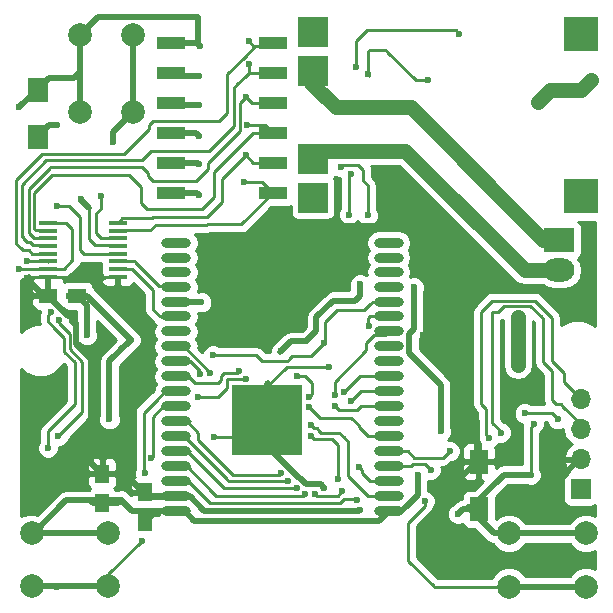
<source format=gbl>
G04 #@! TF.FileFunction,Copper,L2,Bot,Signal*
%FSLAX46Y46*%
G04 Gerber Fmt 4.6, Leading zero omitted, Abs format (unit mm)*
G04 Created by KiCad (PCBNEW 4.0.6) date 01/04/18 03:56:18*
%MOMM*%
%LPD*%
G01*
G04 APERTURE LIST*
%ADD10C,0.100000*%
%ADD11O,2.500000X0.900000*%
%ADD12R,6.000000X6.000000*%
%ADD13C,2.000000*%
%ADD14R,2.600000X2.000000*%
%ADD15O,2.600000X2.000000*%
%ADD16R,1.250000X1.500000*%
%ADD17R,1.500000X1.250000*%
%ADD18R,1.700000X2.000000*%
%ADD19R,1.500000X0.450000*%
%ADD20R,2.440000X1.120000*%
%ADD21R,1.700000X1.700000*%
%ADD22O,1.700000X1.700000*%
%ADD23R,1.600000X2.000000*%
%ADD24R,3.000000X3.000000*%
%ADD25R,2.500000X2.500000*%
%ADD26C,0.600000*%
%ADD27C,1.270000*%
%ADD28C,0.508000*%
%ADD29C,0.250000*%
%ADD30C,0.254000*%
G04 APERTURE END LIST*
D10*
D11*
X198734000Y-130726000D03*
X198734000Y-129456000D03*
X198734000Y-128186000D03*
X198734000Y-126916000D03*
X198734000Y-125646000D03*
X198734000Y-124376000D03*
X198734000Y-123106000D03*
X198734000Y-121836000D03*
X198734000Y-120566000D03*
X198734000Y-119296000D03*
X198734000Y-118026000D03*
X198734000Y-116756000D03*
X198734000Y-115486000D03*
X198734000Y-114216000D03*
X198734000Y-112976000D03*
X198734000Y-111726000D03*
X198734000Y-110476000D03*
X198734000Y-109226000D03*
X198734000Y-107976000D03*
X180734000Y-107976000D03*
X180734000Y-109226000D03*
X180734000Y-110476000D03*
X180734000Y-111726000D03*
X180734000Y-112976000D03*
X180734000Y-114216000D03*
X180734000Y-115486000D03*
X180734000Y-116756000D03*
X180734000Y-118026000D03*
X180734000Y-119296000D03*
X180734000Y-120566000D03*
X180734000Y-121836000D03*
X180734000Y-123106000D03*
X180734000Y-124376000D03*
X180734000Y-125646000D03*
X180734000Y-126916000D03*
X180734000Y-128186000D03*
X180734000Y-129456000D03*
X180734000Y-130726000D03*
D12*
X188434000Y-123026000D03*
D13*
X215442800Y-137088000D03*
X215442800Y-132588000D03*
X208942800Y-137088000D03*
X208942800Y-132588000D03*
D14*
X213169500Y-107759500D03*
D15*
X213169500Y-110299500D03*
D16*
X178117500Y-129115500D03*
X178117500Y-131615500D03*
D17*
X169882500Y-112458500D03*
X172382500Y-112458500D03*
D18*
X169037000Y-95028000D03*
X169037000Y-99028000D03*
D13*
X172601500Y-96901000D03*
X177101500Y-96901000D03*
X172601500Y-90401000D03*
X177101500Y-90401000D03*
X168503600Y-132558400D03*
X168503600Y-137058400D03*
X175003600Y-132558400D03*
X175003600Y-137058400D03*
D19*
X169897000Y-110860000D03*
X169897000Y-110210000D03*
X169897000Y-109560000D03*
X169897000Y-108910000D03*
X169897000Y-108260000D03*
X169897000Y-107610000D03*
X169897000Y-106960000D03*
X169897000Y-106310000D03*
X175797000Y-106310000D03*
X175797000Y-106960000D03*
X175797000Y-107610000D03*
X175797000Y-108260000D03*
X175797000Y-108910000D03*
X175797000Y-109560000D03*
X175797000Y-110210000D03*
X175797000Y-110860000D03*
D20*
X188931000Y-91059000D03*
X180321000Y-103759000D03*
X188931000Y-93599000D03*
X180321000Y-101219000D03*
X188931000Y-96139000D03*
X180321000Y-98679000D03*
X188931000Y-98679000D03*
X180321000Y-96139000D03*
X188931000Y-101219000D03*
X180321000Y-93599000D03*
X188931000Y-103759000D03*
X180321000Y-91059000D03*
D21*
X214985600Y-128828800D03*
D22*
X214985600Y-126288800D03*
X214985600Y-123748800D03*
X214985600Y-121208800D03*
D16*
X174498000Y-127528000D03*
X174498000Y-130028000D03*
D23*
X206375000Y-126524000D03*
X206375000Y-130524000D03*
D24*
X215011000Y-90271600D03*
X215011000Y-104038400D03*
D25*
X192327000Y-104155000D03*
X192327000Y-90155000D03*
X192327000Y-93405000D03*
X192327000Y-100905000D03*
D26*
X173196000Y-115824000D03*
X171672000Y-112522000D03*
X175101000Y-122936000D03*
X182689500Y-103949500D03*
X182689500Y-101346000D03*
X182689500Y-98933000D03*
X182721000Y-93853000D03*
X183991000Y-124460000D03*
X190976000Y-124460000D03*
X179197000Y-130937000D03*
X176911000Y-116205000D03*
X176085500Y-129794000D03*
X193675000Y-118491000D03*
X193344800Y-131521200D03*
X193294000Y-128714500D03*
X204597000Y-130937000D03*
X167449500Y-96520000D03*
X201218800Y-127609600D03*
X211010500Y-123317000D03*
X210756500Y-127635000D03*
X211391500Y-96075500D03*
X215900000Y-94170500D03*
X182689500Y-96329500D03*
X182753000Y-91313000D03*
X167449500Y-110172500D03*
X182880000Y-113030000D03*
X196310000Y-111506000D03*
X200882000Y-111760000D03*
X203168000Y-123952000D03*
X189642500Y-117157500D03*
X192024000Y-121031000D03*
X191008000Y-119253000D03*
X210248500Y-122428000D03*
X213042500Y-122936000D03*
X209677000Y-118364000D03*
X209677000Y-114300000D03*
X172307000Y-114935000D03*
X184118000Y-107315000D03*
X201644000Y-115824000D03*
X204978000Y-116205000D03*
X205613000Y-112776000D03*
X207899000Y-126492000D03*
X168148000Y-110998000D03*
X208076800Y-131064000D03*
X196291200Y-130606800D03*
X202501500Y-131445000D03*
X210820000Y-137109200D03*
X196088000Y-129743200D03*
X201777600Y-129844800D03*
X170688000Y-98044000D03*
X182753000Y-119126000D03*
X183642000Y-118999000D03*
X183864000Y-117475000D03*
X193294000Y-116459000D03*
X186055000Y-118872000D03*
X186690000Y-119507000D03*
X182626000Y-121031000D03*
X192151000Y-123444000D03*
X189611000Y-127508000D03*
X192024000Y-121920000D03*
X190246000Y-128143000D03*
X191008000Y-128778000D03*
X192151000Y-124333000D03*
X194437000Y-128016000D03*
X196215000Y-127000000D03*
X191643000Y-129286000D03*
X194183000Y-120904000D03*
X194183000Y-121793000D03*
X194945000Y-120650000D03*
X195580000Y-121412000D03*
X208229200Y-124053600D03*
X202285600Y-127203200D03*
X207264000Y-124510800D03*
X203911200Y-125628400D03*
X177850800Y-133197600D03*
X194818000Y-129032000D03*
X192532000Y-129286000D03*
X197053200Y-115011200D03*
X170637200Y-137109200D03*
X170783000Y-124333000D03*
X178117500Y-127508000D03*
X170815000Y-114490500D03*
X196977000Y-105664000D03*
X194691000Y-101600000D03*
X195961000Y-93091000D03*
X204724000Y-90297000D03*
X170116500Y-113855500D03*
X169894000Y-125349000D03*
X195580000Y-102171500D03*
X195389500Y-105600500D03*
X196977000Y-93726000D03*
X202057000Y-94234000D03*
X178625500Y-126238000D03*
X170688000Y-104902000D03*
X168097200Y-109524800D03*
X186912000Y-92837000D03*
X172720000Y-104267000D03*
X186658000Y-95631000D03*
X186658000Y-100584000D03*
X186531000Y-102870000D03*
X186912000Y-90932000D03*
X175387000Y-99441000D03*
X174371000Y-104013000D03*
X186785000Y-98044000D03*
D27*
X192200000Y-93341500D02*
X192200000Y-94473500D01*
X192200000Y-94473500D02*
X194246500Y-96520000D01*
X194246500Y-96520000D02*
X200596500Y-96520000D01*
X213169500Y-107759500D02*
X211836000Y-107759500D01*
X211836000Y-107759500D02*
X200596500Y-96520000D01*
X192838500Y-100203000D02*
X200152000Y-100203000D01*
X210248500Y-110299500D02*
X200152000Y-100203000D01*
X210248500Y-110299500D02*
X213169500Y-110299500D01*
X192838500Y-100203000D02*
X192200000Y-100841500D01*
D28*
X173196000Y-113272000D02*
X172382500Y-112458500D01*
X173196000Y-115824000D02*
X173196000Y-113272000D01*
X172382500Y-112458500D02*
X172319000Y-112522000D01*
X172319000Y-112522000D02*
X171672000Y-112522000D01*
X176911000Y-116205000D02*
X173164500Y-112458500D01*
X173164500Y-112458500D02*
X172382500Y-112458500D01*
X175101000Y-118015000D02*
X176911000Y-116205000D01*
X175101000Y-122936000D02*
X175101000Y-118015000D01*
X182689500Y-103949500D02*
X182499000Y-103759000D01*
X182499000Y-103759000D02*
X180321000Y-103759000D01*
X182689500Y-101346000D02*
X182562500Y-101219000D01*
X182562500Y-101219000D02*
X180321000Y-101219000D01*
X182689500Y-98933000D02*
X182435500Y-98679000D01*
X182435500Y-98679000D02*
X180321000Y-98679000D01*
X180321000Y-96139000D02*
X180511500Y-96329500D01*
X180511500Y-96329500D02*
X182689500Y-96329500D01*
X180321000Y-93599000D02*
X180575000Y-93853000D01*
X180575000Y-93853000D02*
X182721000Y-93853000D01*
X182753000Y-91313000D02*
X182499000Y-91059000D01*
X182499000Y-91059000D02*
X180321000Y-91059000D01*
D29*
X183991000Y-124460000D02*
X187000000Y-124460000D01*
X187000000Y-124460000D02*
X188434000Y-123026000D01*
X190976000Y-124460000D02*
X189868000Y-124460000D01*
X189868000Y-124460000D02*
X188434000Y-123026000D01*
D28*
X188434000Y-123026000D02*
X188434000Y-120176000D01*
X188434000Y-120176000D02*
X188434000Y-120017000D01*
X188563000Y-119888000D02*
X188563000Y-120047000D01*
X188434000Y-120017000D02*
X188563000Y-119888000D01*
X180734000Y-112976000D02*
X180788000Y-113030000D01*
X180788000Y-113030000D02*
X182880000Y-113030000D01*
D29*
X190039500Y-118570500D02*
X190119000Y-118491000D01*
X190119000Y-118491000D02*
X193675000Y-118491000D01*
D28*
X179070000Y-130726000D02*
X179007000Y-130726000D01*
X179070000Y-130810000D02*
X179070000Y-130726000D01*
X179197000Y-130937000D02*
X179070000Y-130810000D01*
X176022000Y-117094000D02*
X176911000Y-116205000D01*
X192532000Y-128428750D02*
X191801750Y-128428750D01*
X191801750Y-128428750D02*
X191770000Y-128397000D01*
X193008250Y-128428750D02*
X192532000Y-128428750D01*
X192532000Y-128428750D02*
X192500250Y-128428750D01*
X192500250Y-128428750D02*
X192532000Y-128397000D01*
X193294000Y-128714500D02*
X193008250Y-128428750D01*
X193008250Y-128428750D02*
X192976500Y-128397000D01*
X191770000Y-128397000D02*
X192532000Y-128397000D01*
X191262000Y-127889000D02*
X191770000Y-128397000D01*
X191135000Y-127889000D02*
X191262000Y-127889000D01*
X188434000Y-125188000D02*
X191135000Y-127889000D01*
X192532000Y-128397000D02*
X192976500Y-128397000D01*
X192976500Y-128397000D02*
X193294000Y-128714500D01*
X188434000Y-123026000D02*
X188434000Y-125188000D01*
D29*
X188434000Y-120176000D02*
X188563000Y-120047000D01*
X188563000Y-120047000D02*
X190039500Y-118570500D01*
D28*
X188434000Y-124045000D02*
X188434000Y-123026000D01*
X193167000Y-128714500D02*
X193294000Y-128714500D01*
D29*
X188434000Y-123026000D02*
X188434000Y-124172000D01*
X188434000Y-123026000D02*
X188434000Y-120811000D01*
X188448000Y-123012000D02*
X188434000Y-123026000D01*
D28*
X204597000Y-130937000D02*
X205010000Y-130524000D01*
X205010000Y-130524000D02*
X206375000Y-130524000D01*
X208942800Y-132588000D02*
X207621500Y-132588000D01*
X207621500Y-132588000D02*
X205422500Y-130389000D01*
X198194500Y-131265500D02*
X197938800Y-131521200D01*
X174498000Y-130028000D02*
X175851500Y-130028000D01*
X175851500Y-130028000D02*
X176085500Y-129794000D01*
X174498000Y-130028000D02*
X173716000Y-130028000D01*
X173716000Y-130028000D02*
X173482000Y-129794000D01*
X168503600Y-132558400D02*
X168685600Y-132558400D01*
X168685600Y-132558400D02*
X171450000Y-129794000D01*
X168503600Y-132558400D02*
X168558600Y-132558400D01*
X201218800Y-128524000D02*
X201218800Y-127609600D01*
D29*
X201218800Y-128524000D02*
X201218800Y-128676400D01*
X201218800Y-128676400D02*
X201208000Y-128687200D01*
X198734000Y-130726000D02*
X198194500Y-131265500D01*
X198734000Y-130726000D02*
X199728000Y-130726000D01*
X199728000Y-130726000D02*
X200355200Y-130098800D01*
X200355200Y-130098800D02*
X200355200Y-130149600D01*
D28*
X167449500Y-96520000D02*
X168941500Y-95028000D01*
X199778800Y-130726000D02*
X200355200Y-130149600D01*
X200355200Y-130149600D02*
X201208000Y-129296800D01*
X201208000Y-128687200D02*
X201208000Y-129296800D01*
X199778800Y-130726000D02*
X198734000Y-130726000D01*
X208942800Y-132588000D02*
X215442800Y-132588000D01*
D29*
X207621500Y-132588000D02*
X205422500Y-130389000D01*
D28*
X175003600Y-132558400D02*
X168503600Y-132558400D01*
X176085500Y-129794000D02*
X173482000Y-129794000D01*
X173482000Y-129794000D02*
X171450000Y-129794000D01*
X197510400Y-131521200D02*
X197938800Y-131521200D01*
X181475200Y-130726000D02*
X182270400Y-131521200D01*
X182270400Y-131521200D02*
X197510400Y-131521200D01*
X180734000Y-130726000D02*
X181475200Y-130726000D01*
X198205500Y-131254500D02*
X198734000Y-130726000D01*
X210756500Y-127635000D02*
X208470500Y-127635000D01*
X208470500Y-127635000D02*
X205716500Y-130389000D01*
X205716500Y-130389000D02*
X205422500Y-130389000D01*
D29*
X210756500Y-124142500D02*
X210756500Y-123571000D01*
X210756500Y-123571000D02*
X211010500Y-123317000D01*
X210756500Y-127635000D02*
X210756500Y-124142500D01*
X210756500Y-124142500D02*
X210756500Y-124079000D01*
D27*
X212407500Y-95059500D02*
X211391500Y-96075500D01*
X215011000Y-95059500D02*
X212407500Y-95059500D01*
X215900000Y-94170500D02*
X215011000Y-95059500D01*
D28*
X178117500Y-131615500D02*
X177970500Y-131615500D01*
X180734000Y-130726000D02*
X179007000Y-130726000D01*
X179007000Y-130726000D02*
X178117500Y-131615500D01*
X178371500Y-88900000D02*
X182562500Y-88900000D01*
X182562500Y-91122500D02*
X182753000Y-91313000D01*
X182562500Y-88900000D02*
X182562500Y-91122500D01*
X180353000Y-103949500D02*
X180289500Y-104013000D01*
X180416500Y-101346000D02*
X180289500Y-101473000D01*
X180416500Y-98806000D02*
X180289500Y-98933000D01*
X180353000Y-96329500D02*
X180289500Y-96393000D01*
X174102500Y-88900000D02*
X178371500Y-88900000D01*
X174102500Y-88900000D02*
X172601500Y-90401000D01*
X180289500Y-90818000D02*
X180289500Y-91313000D01*
X169037000Y-95028000D02*
X170021500Y-94043500D01*
X172085000Y-94043500D02*
X172601500Y-93527000D01*
X170021500Y-94043500D02*
X172085000Y-94043500D01*
X172601500Y-90401000D02*
X172601500Y-93527000D01*
X172601500Y-93527000D02*
X172601500Y-96901000D01*
X180734000Y-130726000D02*
X180840500Y-130619500D01*
X198734000Y-130726000D02*
X198627500Y-130619500D01*
X180734000Y-130726000D02*
X180691000Y-130683000D01*
X180691000Y-130683000D02*
X176974500Y-130683000D01*
X176974500Y-130683000D02*
X176085500Y-129794000D01*
D29*
X169897000Y-110210000D02*
X169859500Y-110172500D01*
X169859500Y-110172500D02*
X167449500Y-110172500D01*
D28*
X168941500Y-95028000D02*
X169037000Y-95028000D01*
D29*
X169897000Y-110210000D02*
X169871000Y-110236000D01*
X171958000Y-109474000D02*
X171222000Y-110210000D01*
X169908000Y-106299000D02*
X171323000Y-106299000D01*
X171450000Y-106299000D02*
X171958000Y-106807000D01*
X171323000Y-106299000D02*
X171450000Y-106299000D01*
X171958000Y-109474000D02*
X171958000Y-106807000D01*
X171222000Y-110210000D02*
X169897000Y-110210000D01*
X169897000Y-106310000D02*
X169908000Y-106299000D01*
X169897000Y-106310000D02*
X169886000Y-106299000D01*
D28*
X180788000Y-113030000D02*
X182880000Y-113030000D01*
X180553000Y-113157000D02*
X180734000Y-112976000D01*
X195929000Y-112903000D02*
X196310000Y-112522000D01*
X194024000Y-112903000D02*
X195929000Y-112903000D01*
X196310000Y-112522000D02*
X196310000Y-111506000D01*
X192627000Y-114300000D02*
X194024000Y-112903000D01*
X192500000Y-115570000D02*
X192627000Y-115443000D01*
X190468000Y-116332000D02*
X191865000Y-116332000D01*
X191865000Y-116332000D02*
X191865000Y-116205000D01*
X191865000Y-116205000D02*
X192500000Y-115570000D01*
X189642500Y-117157500D02*
X190468000Y-116332000D01*
X192627000Y-115443000D02*
X192627000Y-114300000D01*
X201898000Y-118745000D02*
X200882000Y-117729000D01*
X200501000Y-117348000D02*
X200501000Y-115697000D01*
X202660000Y-119507000D02*
X203168000Y-120015000D01*
X203168000Y-120015000D02*
X203168000Y-120269000D01*
X203168000Y-123952000D02*
X203168000Y-120269000D01*
X202660000Y-119507000D02*
X201898000Y-118745000D01*
X200501000Y-115697000D02*
X200882000Y-115316000D01*
X200882000Y-115316000D02*
X200882000Y-111760000D01*
X200882000Y-117729000D02*
X200501000Y-117348000D01*
X189642500Y-117157500D02*
X189579000Y-117221000D01*
D29*
X191008000Y-119253000D02*
X191643000Y-119253000D01*
X192278000Y-120777000D02*
X192278000Y-119888000D01*
X192024000Y-121031000D02*
X192278000Y-120777000D01*
X192278000Y-119888000D02*
X191770000Y-119380000D01*
X191643000Y-119253000D02*
X191770000Y-119380000D01*
X191135000Y-119380000D02*
X191008000Y-119253000D01*
X212534500Y-122428000D02*
X210248500Y-122428000D01*
X213042500Y-122936000D02*
X212534500Y-122428000D01*
D27*
X209677000Y-114300000D02*
X209677000Y-118364000D01*
D28*
X171577000Y-114020000D02*
X172307000Y-114750000D01*
X172307000Y-114750000D02*
X172307000Y-114935000D01*
X172307000Y-115697000D02*
X172307000Y-114935000D01*
X173196000Y-117475000D02*
X173577000Y-117856000D01*
X172307000Y-116586000D02*
X173196000Y-117475000D01*
X172307000Y-115697000D02*
X172307000Y-115951000D01*
X172307000Y-115951000D02*
X172307000Y-116586000D01*
X173577000Y-126607000D02*
X174498000Y-127528000D01*
X173577000Y-117856000D02*
X173577000Y-126607000D01*
X190214000Y-107315000D02*
X190976000Y-106553000D01*
X184118000Y-107315000D02*
X190214000Y-107315000D01*
X194913000Y-106553000D02*
X190976000Y-106553000D01*
X201168000Y-107569000D02*
X200152000Y-106553000D01*
X200152000Y-106553000D02*
X194913000Y-106553000D01*
X204597000Y-115824000D02*
X204978000Y-116205000D01*
X201644000Y-115824000D02*
X204597000Y-115824000D01*
X204851000Y-116078000D02*
X204978000Y-116205000D01*
X205613000Y-116332000D02*
X205486000Y-116205000D01*
X205486000Y-116205000D02*
X204978000Y-116205000D01*
X205867000Y-122682000D02*
X205613000Y-122428000D01*
X205613000Y-122428000D02*
X205613000Y-116332000D01*
X205613000Y-116332000D02*
X205613000Y-115125500D01*
X205613000Y-112776000D02*
X205549500Y-112839500D01*
X205549500Y-112839500D02*
X205613000Y-112903000D01*
X180734000Y-129456000D02*
X181907000Y-129456000D01*
X181907000Y-129456000D02*
X183108600Y-130657600D01*
X183108600Y-130657600D02*
X189941200Y-130657600D01*
X205867000Y-122682000D02*
X206248000Y-123063000D01*
X206248000Y-123063000D02*
X205994000Y-122809000D01*
X206248000Y-124269500D02*
X206248000Y-123063000D01*
X206248000Y-126397000D02*
X206248000Y-124269500D01*
X206248000Y-126397000D02*
X206375000Y-126524000D01*
X205613000Y-112903000D02*
X202565000Y-109855000D01*
X205613000Y-115125500D02*
X205613000Y-112903000D01*
X202565000Y-109855000D02*
X201168000Y-108458000D01*
X201168000Y-108458000D02*
X201168000Y-107569000D01*
X201168000Y-107569000D02*
X201168000Y-107696000D01*
X201168000Y-107696000D02*
X201168000Y-107569000D01*
X202501500Y-131445000D02*
X202501500Y-131000500D01*
X203708000Y-129794000D02*
X203708000Y-129032000D01*
X202501500Y-131000500D02*
X203708000Y-129794000D01*
X206375000Y-126524000D02*
X206216000Y-126524000D01*
X206216000Y-126524000D02*
X203708000Y-129032000D01*
X207867000Y-126524000D02*
X206375000Y-126524000D01*
X207899000Y-126492000D02*
X207867000Y-126524000D01*
D29*
X168116250Y-111029750D02*
X168148000Y-110998000D01*
D28*
X174498000Y-127528000D02*
X176423000Y-127528000D01*
X176423000Y-127528000D02*
X176339500Y-127444500D01*
X214985600Y-126288800D02*
X214884000Y-126288800D01*
X214884000Y-126288800D02*
X213563200Y-127609600D01*
X213563200Y-127609600D02*
X213563200Y-127711200D01*
X210515200Y-130759200D02*
X213563200Y-127711200D01*
X213563200Y-127711200D02*
X213817200Y-127457200D01*
X208381600Y-130759200D02*
X210515200Y-130759200D01*
X208076800Y-131064000D02*
X208381600Y-130759200D01*
X194462400Y-130657600D02*
X196240400Y-130657600D01*
X196240400Y-130657600D02*
X196291200Y-130606800D01*
X189941200Y-130657600D02*
X194462400Y-130657600D01*
X202501500Y-131508500D02*
X202565000Y-131508500D01*
X202501500Y-131445000D02*
X202501500Y-131508500D01*
X180734000Y-129456000D02*
X178458000Y-129456000D01*
X178458000Y-129456000D02*
X178117500Y-129115500D01*
X180734000Y-129456000D02*
X180713500Y-129476500D01*
X180713500Y-129476500D02*
X178371500Y-129476500D01*
X178371500Y-129476500D02*
X176339500Y-127444500D01*
X171577000Y-114020000D02*
X171577000Y-114153000D01*
X171577000Y-114153000D02*
X169882500Y-112458500D01*
X168116250Y-111029750D02*
X168286000Y-110860000D01*
D29*
X168286000Y-110860000D02*
X169897000Y-110860000D01*
D28*
X169882500Y-112458500D02*
X169545000Y-112458500D01*
X169545000Y-112458500D02*
X168116250Y-111029750D01*
D29*
X175797000Y-110860000D02*
X169897000Y-110860000D01*
X190373000Y-130048000D02*
X183642000Y-130048000D01*
X183388000Y-129794000D02*
X182626000Y-129032000D01*
X182626000Y-129032000D02*
X181780000Y-128186000D01*
X183642000Y-130048000D02*
X183388000Y-129794000D01*
X180734000Y-128186000D02*
X181780000Y-128186000D01*
X191414400Y-130048000D02*
X194564000Y-130048000D01*
X194564000Y-130048000D02*
X194614800Y-129997200D01*
X190373000Y-130048000D02*
X191414400Y-130048000D01*
X194919600Y-129692400D02*
X195884800Y-129692400D01*
X194614800Y-129997200D02*
X194919600Y-129692400D01*
X195884800Y-129692400D02*
X196088000Y-129692400D01*
X210769200Y-137109200D02*
X210769200Y-137088000D01*
X210790400Y-137088000D02*
X210769200Y-137109200D01*
X210798800Y-137088000D02*
X210790400Y-137088000D01*
X210820000Y-137109200D02*
X210798800Y-137088000D01*
X201828400Y-130251200D02*
X201828400Y-129895600D01*
X200406000Y-131673600D02*
X201828400Y-130251200D01*
X202539600Y-137088000D02*
X202539600Y-137058400D01*
X202539600Y-137058400D02*
X200406000Y-134924800D01*
X208942800Y-137088000D02*
X202539600Y-137088000D01*
X200406000Y-134924800D02*
X200406000Y-131673600D01*
X201828400Y-129895600D02*
X201777600Y-129844800D01*
X196088000Y-129743200D02*
X196088000Y-129692400D01*
X196088000Y-129692400D02*
X196088000Y-129743200D01*
X196088000Y-129743200D02*
X196088000Y-129692400D01*
D28*
X215442800Y-137088000D02*
X210769200Y-137088000D01*
X210769200Y-137088000D02*
X208942800Y-137088000D01*
X170021000Y-98044000D02*
X169037000Y-99028000D01*
X170688000Y-98044000D02*
X170021000Y-98044000D01*
D29*
X180734000Y-118026000D02*
X181907000Y-118026000D01*
X181907000Y-118026000D02*
X182753000Y-118872000D01*
X182753000Y-119126000D02*
X182753000Y-118872000D01*
X183642000Y-118999000D02*
X181399000Y-116756000D01*
X181399000Y-116756000D02*
X180734000Y-116756000D01*
X180818000Y-116840000D02*
X180734000Y-116756000D01*
X187547000Y-117475000D02*
X188055000Y-117983000D01*
X188055000Y-117983000D02*
X188690000Y-117983000D01*
X183864000Y-117475000D02*
X187547000Y-117475000D01*
X190214000Y-117983000D02*
X188690000Y-117983000D01*
X190341000Y-117856000D02*
X190214000Y-117983000D01*
X192151000Y-117602000D02*
X190595000Y-117602000D01*
X190595000Y-117602000D02*
X190341000Y-117856000D01*
X192151000Y-117602000D02*
X193294000Y-116459000D01*
X193294000Y-116459000D02*
X193389000Y-116364000D01*
X197380000Y-112976000D02*
X198734000Y-112976000D01*
X196691000Y-113665000D02*
X197199000Y-113157000D01*
X196564000Y-113665000D02*
X196691000Y-113665000D01*
X194405000Y-113665000D02*
X196564000Y-113665000D01*
X197199000Y-113157000D02*
X197380000Y-112976000D01*
X194278000Y-113792000D02*
X194405000Y-113665000D01*
X193389000Y-114681000D02*
X194278000Y-113792000D01*
X193389000Y-116364000D02*
X193389000Y-114681000D01*
X198734000Y-112976000D02*
X198724500Y-112966500D01*
X184531000Y-119253000D02*
X184531000Y-119634000D01*
X184277000Y-119888000D02*
X184023000Y-119888000D01*
X184531000Y-119634000D02*
X184277000Y-119888000D01*
X184531000Y-119253000D02*
X184785000Y-118999000D01*
X184785000Y-118999000D02*
X185928000Y-118999000D01*
X185928000Y-118999000D02*
X186055000Y-118872000D01*
X182372000Y-119888000D02*
X184023000Y-119888000D01*
X181780000Y-119296000D02*
X182372000Y-119888000D01*
X184023000Y-119888000D02*
X184150000Y-119888000D01*
X180734000Y-119296000D02*
X181780000Y-119296000D01*
X180734000Y-119296000D02*
X181653000Y-119296000D01*
X180734000Y-119296000D02*
X181780000Y-119296000D01*
X182626000Y-121031000D02*
X184277000Y-121031000D01*
X185039000Y-119507000D02*
X186690000Y-119507000D01*
X184277000Y-121031000D02*
X185039000Y-120269000D01*
X185039000Y-120269000D02*
X185039000Y-119507000D01*
X192659000Y-123698000D02*
X192405000Y-123698000D01*
X192405000Y-123698000D02*
X192151000Y-123444000D01*
X192849500Y-123888500D02*
X192659000Y-123698000D01*
X193167000Y-124079000D02*
X193040000Y-124079000D01*
X194945000Y-124460000D02*
X194564000Y-124079000D01*
X194564000Y-124079000D02*
X193167000Y-124079000D01*
X195326000Y-124841000D02*
X194945000Y-124460000D01*
X193040000Y-124079000D02*
X192849500Y-123888500D01*
X192849500Y-123888500D02*
X192786000Y-123825000D01*
X195453000Y-127889000D02*
X195326000Y-127762000D01*
X195326000Y-124841000D02*
X195326000Y-127762000D01*
X197020000Y-129456000D02*
X195453000Y-127889000D01*
X198734000Y-129456000D02*
X197020000Y-129456000D01*
X198734000Y-129456000D02*
X197883600Y-129456000D01*
X189484000Y-127635000D02*
X189103000Y-127635000D01*
X189611000Y-127508000D02*
X189484000Y-127635000D01*
X182880000Y-124968000D02*
X182626000Y-124714000D01*
X186182000Y-127635000D02*
X185547000Y-127635000D01*
X185547000Y-127635000D02*
X184658000Y-126746000D01*
X182880000Y-124968000D02*
X184658000Y-126746000D01*
X182626000Y-124714000D02*
X182626000Y-124079000D01*
X182626000Y-124079000D02*
X182626000Y-124206000D01*
X182626000Y-124206000D02*
X182626000Y-124079000D01*
X189103000Y-127635000D02*
X186182000Y-127635000D01*
X182626000Y-124079000D02*
X181653000Y-123106000D01*
X180734000Y-123106000D02*
X181653000Y-123106000D01*
X180734000Y-123106000D02*
X181948000Y-123106000D01*
X180818000Y-123190000D02*
X180734000Y-123106000D01*
X180818000Y-123190000D02*
X180734000Y-123106000D01*
X194183000Y-122809000D02*
X192913000Y-122809000D01*
X194691000Y-122809000D02*
X194183000Y-122809000D01*
X198734000Y-124376000D02*
X197020000Y-124376000D01*
X197020000Y-124376000D02*
X196215000Y-123571000D01*
X196215000Y-123571000D02*
X196215000Y-123444000D01*
X195580000Y-122809000D02*
X194691000Y-122809000D01*
X196215000Y-123444000D02*
X195580000Y-122809000D01*
X192024000Y-121920000D02*
X192913000Y-122809000D01*
X185039000Y-128016000D02*
X185166000Y-128143000D01*
X185039000Y-128016000D02*
X181399000Y-124376000D01*
X185166000Y-128143000D02*
X190246000Y-128143000D01*
X180734000Y-124376000D02*
X181399000Y-124376000D01*
X180734000Y-124376000D02*
X180945000Y-124587000D01*
X181653000Y-125646000D02*
X184531000Y-128524000D01*
X184531000Y-128524000D02*
X184785000Y-128778000D01*
X184785000Y-128778000D02*
X191008000Y-128778000D01*
X180734000Y-125646000D02*
X181653000Y-125646000D01*
X180734000Y-125646000D02*
X181907000Y-125646000D01*
X194437000Y-125095000D02*
X194437000Y-128016000D01*
X196469000Y-127508000D02*
X197147000Y-128186000D01*
X198734000Y-128186000D02*
X197147000Y-128186000D01*
X193929000Y-124587000D02*
X192405000Y-124587000D01*
X192405000Y-124587000D02*
X192151000Y-124333000D01*
X194437000Y-125095000D02*
X193929000Y-124587000D01*
X196469000Y-127254000D02*
X196469000Y-127508000D01*
X196215000Y-127000000D02*
X196469000Y-127254000D01*
X183896000Y-129159000D02*
X181653000Y-126916000D01*
X184150000Y-129413000D02*
X183896000Y-129159000D01*
X191516000Y-129413000D02*
X184150000Y-129413000D01*
X191643000Y-129286000D02*
X191516000Y-129413000D01*
X180734000Y-126916000D02*
X181653000Y-126916000D01*
X197231000Y-116078000D02*
X197485000Y-115824000D01*
X194183000Y-120904000D02*
X194183000Y-119761000D01*
X194183000Y-119761000D02*
X196850000Y-117094000D01*
X196850000Y-117094000D02*
X196850000Y-116459000D01*
X196850000Y-116459000D02*
X197231000Y-116078000D01*
X197485000Y-115824000D02*
X198396000Y-115824000D01*
X198396000Y-115824000D02*
X198734000Y-115486000D01*
X198734000Y-115486000D02*
X198650000Y-115570000D01*
X196553000Y-121836000D02*
X196426000Y-121836000D01*
X196553000Y-121836000D02*
X198734000Y-121836000D01*
X196088000Y-122174000D02*
X194818000Y-122174000D01*
X196426000Y-121836000D02*
X196088000Y-122174000D01*
X194564000Y-122174000D02*
X194818000Y-122174000D01*
X194183000Y-121793000D02*
X194564000Y-122174000D01*
X198734000Y-119296000D02*
X196426000Y-119296000D01*
X196299000Y-119296000D02*
X196426000Y-119296000D01*
X194945000Y-120650000D02*
X196299000Y-119296000D01*
X198523000Y-119507000D02*
X198734000Y-119296000D01*
X196426000Y-120566000D02*
X198734000Y-120566000D01*
X195580000Y-121412000D02*
X196426000Y-120566000D01*
X197061000Y-120566000D02*
X198734000Y-120566000D01*
X197696000Y-120566000D02*
X198734000Y-120566000D01*
X212566000Y-121285000D02*
X212947000Y-121666000D01*
X212947000Y-121666000D02*
X213309200Y-121666000D01*
X212566000Y-118872000D02*
X212566000Y-121285000D01*
X211804000Y-114420400D02*
X211804000Y-118110000D01*
X211804000Y-118110000D02*
X212566000Y-118872000D01*
X211680300Y-114296700D02*
X211804000Y-114420400D01*
X213309200Y-121666000D02*
X213512400Y-121869200D01*
X200279000Y-126916000D02*
X200617000Y-126916000D01*
X200617000Y-126916000D02*
X200827901Y-126705099D01*
X198734000Y-126916000D02*
X200279000Y-126916000D01*
X200279000Y-126916000D02*
X200357398Y-126916000D01*
X207492600Y-123215400D02*
X208229200Y-123952000D01*
X208229200Y-123952000D02*
X208229200Y-124053600D01*
X200827901Y-126705099D02*
X201787499Y-126705099D01*
X201787499Y-126705099D02*
X202285600Y-127203200D01*
X208534000Y-113334800D02*
X210718400Y-113334800D01*
X211734400Y-114350800D02*
X211680300Y-114296700D01*
X211680300Y-114296700D02*
X210718400Y-113334800D01*
X207518000Y-113842800D02*
X208026000Y-113842800D01*
X207518000Y-121361200D02*
X207492600Y-121386600D01*
X207518000Y-113842800D02*
X207518000Y-121361200D01*
X208026000Y-113842800D02*
X208534000Y-113334800D01*
X207492600Y-121386600D02*
X207492600Y-123215400D01*
X207492600Y-121386600D02*
X207467200Y-121412000D01*
X214985600Y-123748800D02*
X214985600Y-123342400D01*
X214985600Y-123342400D02*
X213512400Y-121869200D01*
X212566000Y-117983000D02*
X213582000Y-118999000D01*
X212566000Y-117983000D02*
X212566000Y-115316000D01*
X211124800Y-112877600D02*
X212566000Y-114318800D01*
X206552800Y-113842800D02*
X206552800Y-121615200D01*
X207010000Y-122072400D02*
X206552800Y-121615200D01*
X207010000Y-124256800D02*
X207010000Y-122072400D01*
X207264000Y-124510800D02*
X207010000Y-124256800D01*
X207518000Y-112877600D02*
X206552800Y-113842800D01*
X207518000Y-112877600D02*
X211124800Y-112877600D01*
X212566000Y-114318800D02*
X212566000Y-115316000D01*
X213582000Y-119805200D02*
X214985600Y-121208800D01*
X213582000Y-118999000D02*
X213582000Y-119805200D01*
X198734000Y-125646000D02*
X200372800Y-125646000D01*
X203352400Y-126187200D02*
X203911200Y-125628400D01*
X200914000Y-126187200D02*
X201726800Y-126187200D01*
X201726800Y-126187200D02*
X202031600Y-126187200D01*
X202031600Y-126187200D02*
X203352400Y-126187200D01*
X200372800Y-125646000D02*
X200914000Y-126187200D01*
X214985600Y-121208800D02*
X214985600Y-120751600D01*
X175003600Y-137058400D02*
X175003600Y-136044800D01*
X175003600Y-136044800D02*
X177850800Y-133197600D01*
X194818000Y-129032000D02*
X194437000Y-129413000D01*
X194437000Y-129413000D02*
X192659000Y-129413000D01*
X192659000Y-129413000D02*
X192532000Y-129286000D01*
X197137200Y-114216000D02*
X198734000Y-114216000D01*
X197002400Y-114350800D02*
X197137200Y-114216000D01*
X197002400Y-114960400D02*
X197002400Y-114350800D01*
X197053200Y-115011200D02*
X197002400Y-114960400D01*
X170637200Y-137109200D02*
X170637200Y-137058400D01*
X170637200Y-137058400D02*
X170637200Y-137109200D01*
X170637200Y-137109200D02*
X170637200Y-137058400D01*
D28*
X168503600Y-137058400D02*
X170637200Y-137058400D01*
X170637200Y-137058400D02*
X175003600Y-137058400D01*
D29*
X171727998Y-116967000D02*
X172815000Y-118054002D01*
X172815000Y-122301000D02*
X171672000Y-123444000D01*
X172815000Y-118054002D02*
X172815000Y-122301000D01*
X171727998Y-115697000D02*
X170815000Y-114784002D01*
X171727998Y-116967000D02*
X171727998Y-115697000D01*
X170783000Y-124333000D02*
X171672000Y-123444000D01*
X177990500Y-122364500D02*
X177990500Y-127381000D01*
X179789000Y-120566000D02*
X179006500Y-121348500D01*
X177990500Y-122364500D02*
X179006500Y-121348500D01*
X177990500Y-127381000D02*
X178117500Y-127508000D01*
X170815000Y-114784002D02*
X170815000Y-114490500D01*
X196596000Y-102679500D02*
X196596000Y-101854000D01*
X196977000Y-103124000D02*
X196596000Y-102743000D01*
X196596000Y-102743000D02*
X196596000Y-102679500D01*
X196977000Y-105664000D02*
X196977000Y-103124000D01*
X194913250Y-101377750D02*
X194691000Y-101600000D01*
X196119750Y-101377750D02*
X194913250Y-101377750D01*
X196596000Y-101854000D02*
X196119750Y-101377750D01*
X195961000Y-90932000D02*
X195961000Y-93091000D01*
X196913500Y-89979500D02*
X195961000Y-90932000D01*
X204406500Y-89979500D02*
X196913500Y-89979500D01*
X204724000Y-90297000D02*
X204406500Y-89979500D01*
X170878500Y-114554000D02*
X170815000Y-114490500D01*
X180734000Y-120566000D02*
X179789000Y-120566000D01*
X171291000Y-117221000D02*
X171277996Y-117207996D01*
X171277996Y-117207996D02*
X171277996Y-116713000D01*
X169894000Y-114427000D02*
X169894000Y-114078000D01*
X169894000Y-114078000D02*
X170116500Y-113855500D01*
X169894000Y-114623002D02*
X169894000Y-114427000D01*
X170430999Y-115160001D02*
X169894000Y-114623002D01*
X170430999Y-115160001D02*
X171277996Y-116006998D01*
X171277996Y-116006998D02*
X171277996Y-116205000D01*
X171277996Y-116205000D02*
X171277996Y-116713000D01*
X172180000Y-118110000D02*
X171291000Y-117221000D01*
X171348998Y-122497002D02*
X172180000Y-121666000D01*
X172180000Y-121666000D02*
X172180000Y-118491000D01*
X172180000Y-118110000D02*
X172180000Y-118491000D01*
X169894000Y-125349000D02*
X169894000Y-123952000D01*
X171037000Y-122809000D02*
X171348998Y-122497002D01*
X171037000Y-122809000D02*
X169894000Y-123952000D01*
X195580000Y-102171500D02*
X195389500Y-102362000D01*
X195389500Y-102362000D02*
X195389500Y-105600500D01*
X196977000Y-93726000D02*
X196977000Y-91821000D01*
X198628000Y-91821000D02*
X201041000Y-94234000D01*
X201041000Y-94234000D02*
X202057000Y-94234000D01*
X198501000Y-91694000D02*
X198628000Y-91821000D01*
X197104000Y-91694000D02*
X198501000Y-91694000D01*
X196977000Y-91821000D02*
X197104000Y-91694000D01*
X197104000Y-93853000D02*
X196977000Y-93726000D01*
X178625500Y-126238000D02*
X178752500Y-126111000D01*
X178752500Y-126111000D02*
X178752500Y-122745500D01*
X178752500Y-122745500D02*
X179662000Y-121836000D01*
X179662000Y-121836000D02*
X180734000Y-121836000D01*
X180734000Y-121836000D02*
X179852500Y-121836000D01*
X172593000Y-105791000D02*
X172593000Y-108585000D01*
X170688000Y-104902000D02*
X171704000Y-104902000D01*
X171704000Y-104902000D02*
X172593000Y-105791000D01*
X172974000Y-108966000D02*
X175741000Y-108966000D01*
X172593000Y-108585000D02*
X172974000Y-108966000D01*
X175741000Y-108966000D02*
X175797000Y-108910000D01*
X169897000Y-109560000D02*
X168132400Y-109560000D01*
X168132400Y-109560000D02*
X168097200Y-109524800D01*
X169897000Y-109560000D02*
X169856000Y-109601000D01*
X169897000Y-109560000D02*
X169811000Y-109474000D01*
X185642000Y-98076000D02*
X185642000Y-97790000D01*
X185642000Y-97028000D02*
X185642000Y-94837500D01*
X185642000Y-97790000D02*
X185642000Y-97028000D01*
X185642000Y-98076000D02*
X185642000Y-98044000D01*
X185642000Y-98044000D02*
X185642000Y-98076000D01*
X185928000Y-94551500D02*
X185642000Y-94837500D01*
X185642000Y-94837500D02*
X185642000Y-94869000D01*
X186880500Y-93599000D02*
X186912000Y-93567500D01*
X186912000Y-93567500D02*
X186912000Y-92837000D01*
X186626500Y-93853000D02*
X186880500Y-93599000D01*
X177863500Y-100965000D02*
X178625500Y-100203000D01*
X186626500Y-93853000D02*
X185928000Y-94551500D01*
X185642000Y-98076000D02*
X183515000Y-100203000D01*
X175768000Y-100965000D02*
X169799000Y-100965000D01*
X167703500Y-103060500D02*
X169767250Y-100996750D01*
X167703500Y-103060500D02*
X167703500Y-107505500D01*
X168148000Y-107950000D02*
X167767000Y-107569000D01*
X168402000Y-107950000D02*
X168148000Y-107950000D01*
X167703500Y-107505500D02*
X167767000Y-107442000D01*
X167767000Y-107442000D02*
X167767000Y-107569000D01*
X168529000Y-108077000D02*
X168656000Y-108204000D01*
X169841000Y-108204000D02*
X168656000Y-108204000D01*
X168402000Y-107950000D02*
X168529000Y-108077000D01*
X169767250Y-100996750D02*
X169799000Y-100965000D01*
X177863500Y-100965000D02*
X175768000Y-100965000D01*
X178625500Y-100203000D02*
X183515000Y-100203000D01*
X186880500Y-93599000D02*
X188931000Y-93599000D01*
X187833000Y-93853000D02*
X188899500Y-93853000D01*
X169897000Y-108260000D02*
X169841000Y-108204000D01*
D28*
X172720000Y-104267000D02*
X172720000Y-104394000D01*
X172720000Y-104394000D02*
X173355000Y-105029000D01*
D29*
X173355000Y-105029000D02*
X172720000Y-104394000D01*
X173863000Y-108204000D02*
X173355000Y-107696000D01*
X175741000Y-108204000D02*
X173863000Y-108204000D01*
X173355000Y-107696000D02*
X173355000Y-105029000D01*
X173355000Y-105029000D02*
X173355000Y-104902000D01*
X175797000Y-108260000D02*
X175741000Y-108204000D01*
X186150000Y-98552000D02*
X183483000Y-101219000D01*
X183483000Y-101219000D02*
X183483000Y-101695500D01*
X186658000Y-95631000D02*
X187166000Y-96139000D01*
X187166000Y-96139000D02*
X188931000Y-96139000D01*
X186150000Y-96393000D02*
X186150000Y-96139000D01*
X186150000Y-98552000D02*
X186150000Y-96393000D01*
X186150000Y-96139000D02*
X186658000Y-95631000D01*
X170053000Y-101663500D02*
X170053000Y-101600000D01*
X170053000Y-101600000D02*
X175895000Y-101600000D01*
X168275000Y-103441500D02*
X170053000Y-101663500D01*
X168275000Y-107188000D02*
X168275000Y-103441500D01*
X168275000Y-107188000D02*
X168697000Y-107610000D01*
X169897000Y-107610000D02*
X168697000Y-107610000D01*
X169897000Y-107610000D02*
X169856000Y-107569000D01*
X177863500Y-101600000D02*
X178371500Y-102108000D01*
X177863500Y-101600000D02*
X175895000Y-101600000D01*
X178752500Y-102743000D02*
X178371500Y-102362000D01*
X178371500Y-102362000D02*
X178371500Y-102108000D01*
X183483000Y-101695500D02*
X182435500Y-102743000D01*
X182435500Y-102743000D02*
X178752500Y-102743000D01*
X183356000Y-105791000D02*
X184626000Y-104521000D01*
X184626000Y-102616000D02*
X186658000Y-100584000D01*
X184626000Y-104521000D02*
X184626000Y-102616000D01*
X187293000Y-101219000D02*
X186658000Y-100584000D01*
X188931000Y-101219000D02*
X187293000Y-101219000D01*
X178689000Y-105918000D02*
X178816000Y-105791000D01*
X178816000Y-105791000D02*
X182213000Y-105791000D01*
X176189000Y-105918000D02*
X175797000Y-106310000D01*
X176189000Y-105918000D02*
X178689000Y-105918000D01*
X183356000Y-105791000D02*
X182213000Y-105791000D01*
X188563000Y-101219000D02*
X188931000Y-101219000D01*
X188931000Y-103759000D02*
X188042000Y-102870000D01*
X188042000Y-102870000D02*
X186531000Y-102870000D01*
X183324500Y-106489500D02*
X183388000Y-106426000D01*
X186264000Y-106426000D02*
X188931000Y-103759000D01*
X183388000Y-106426000D02*
X186264000Y-106426000D01*
X187960000Y-103759000D02*
X188931000Y-103759000D01*
X187833000Y-104013000D02*
X188899500Y-104013000D01*
X175823000Y-106934000D02*
X178562000Y-106934000D01*
X175797000Y-106960000D02*
X175823000Y-106934000D01*
X179006500Y-106489500D02*
X183324500Y-106489500D01*
X178562000Y-106934000D02*
X179006500Y-106489500D01*
X183324500Y-106489500D02*
X183388000Y-106489500D01*
X179324000Y-111633000D02*
X179070000Y-111379000D01*
X177292000Y-109601000D02*
X177251000Y-109560000D01*
X179070000Y-111379000D02*
X177292000Y-109601000D01*
X180641000Y-111633000D02*
X179324000Y-111633000D01*
X177251000Y-109560000D02*
X175797000Y-109560000D01*
X180734000Y-111726000D02*
X180641000Y-111633000D01*
X178435000Y-111633000D02*
X178816000Y-112014000D01*
X178816000Y-112014000D02*
X178816000Y-112268000D01*
X178816000Y-112268000D02*
X178816000Y-113665000D01*
X177927000Y-111125000D02*
X178435000Y-111633000D01*
X179367000Y-114216000D02*
X180734000Y-114216000D01*
X178816000Y-113665000D02*
X179367000Y-114216000D01*
X180650000Y-114300000D02*
X179451000Y-114300000D01*
X175823000Y-110236000D02*
X177038000Y-110236000D01*
X177038000Y-110236000D02*
X177927000Y-111125000D01*
X180734000Y-114216000D02*
X180650000Y-114300000D01*
X175797000Y-110210000D02*
X175823000Y-110236000D01*
X186912000Y-90932000D02*
X187372500Y-91392500D01*
X186547000Y-92218000D02*
X187372500Y-91392500D01*
X187372500Y-91392500D02*
X187452000Y-91313000D01*
X187452000Y-91313000D02*
X188899500Y-91313000D01*
X168249600Y-108610400D02*
X167792400Y-108610400D01*
X168549200Y-108910000D02*
X168249600Y-108610400D01*
X169897000Y-108910000D02*
X168549200Y-108910000D01*
X167576500Y-108394500D02*
X167227250Y-108045250D01*
X167792400Y-108610400D02*
X167576500Y-108394500D01*
X185039000Y-93726000D02*
X185070750Y-93694250D01*
X185070750Y-93694250D02*
X186547000Y-92218000D01*
X186547000Y-92218000D02*
X186563000Y-92202000D01*
X185039000Y-97028000D02*
X185039000Y-93726000D01*
X184404000Y-97663000D02*
X178816000Y-97663000D01*
X178435000Y-98361500D02*
X178435000Y-98044000D01*
X178435000Y-98044000D02*
X178816000Y-97663000D01*
X176339500Y-100457000D02*
X171005500Y-100457000D01*
X169418000Y-100457000D02*
X171005500Y-100457000D01*
X167195500Y-102679500D02*
X167195500Y-103124000D01*
X167195500Y-107315000D02*
X167195500Y-103124000D01*
X167195500Y-102679500D02*
X169418000Y-100457000D01*
X176339500Y-100457000D02*
X178435000Y-98361500D01*
X184404000Y-97663000D02*
X185039000Y-97028000D01*
X167195500Y-108013500D02*
X167227250Y-108045250D01*
X167195500Y-107315000D02*
X167195500Y-108013500D01*
X167227250Y-108045250D02*
X167259000Y-108077000D01*
X167195500Y-107320502D02*
X167195500Y-107315000D01*
X169897000Y-108910000D02*
X169889500Y-108902500D01*
X188836000Y-91249500D02*
X188899500Y-91313000D01*
X169897000Y-108910000D02*
X169826000Y-108839000D01*
X175797000Y-107610000D02*
X174412000Y-107610000D01*
X174371000Y-105079800D02*
X174371000Y-104648000D01*
X173990000Y-105460800D02*
X174371000Y-105079800D01*
X173990000Y-107188000D02*
X173990000Y-105460800D01*
X174412000Y-107610000D02*
X173990000Y-107188000D01*
D28*
X177101500Y-96901000D02*
X175387000Y-98615500D01*
X175387000Y-98615500D02*
X175387000Y-99441000D01*
X177101500Y-90401000D02*
X177101500Y-96901000D01*
D29*
X174371000Y-104013000D02*
X174371000Y-104648000D01*
X175797000Y-107610000D02*
X175756000Y-107569000D01*
X182975000Y-105156000D02*
X183991000Y-104140000D01*
X183991000Y-101981000D02*
X184880000Y-101092000D01*
X183991000Y-104140000D02*
X183991000Y-101981000D01*
X188931000Y-98679000D02*
X188296000Y-98044000D01*
X188296000Y-98044000D02*
X186785000Y-98044000D01*
X184880000Y-101092000D02*
X187293000Y-98679000D01*
X176752000Y-102235000D02*
X177768000Y-103251000D01*
X170249002Y-102235000D02*
X176752000Y-102235000D01*
X168725002Y-103759000D02*
X168725002Y-104648000D01*
X168878000Y-106934000D02*
X168725002Y-106781002D01*
X169871000Y-106934000D02*
X168878000Y-106934000D01*
X168725002Y-106781002D02*
X168725002Y-106680000D01*
X168725002Y-104648000D02*
X168725002Y-106680000D01*
X168725002Y-103759000D02*
X170249002Y-102235000D01*
X177768000Y-104648000D02*
X178276000Y-105156000D01*
X177768000Y-103251000D02*
X177768000Y-104648000D01*
X182975000Y-105156000D02*
X178276000Y-105156000D01*
X187293000Y-98679000D02*
X188931000Y-98679000D01*
X169897000Y-106960000D02*
X169871000Y-106934000D01*
X188899500Y-98933000D02*
X188772500Y-99060000D01*
D30*
G36*
X209350472Y-111197523D02*
X209350474Y-111197526D01*
X209736740Y-111455620D01*
X209762492Y-111472827D01*
X210248500Y-111569500D01*
X211845905Y-111569500D01*
X212205904Y-111810043D01*
X212831591Y-111934500D01*
X213507409Y-111934500D01*
X214133096Y-111810043D01*
X214663529Y-111455620D01*
X215017952Y-110925187D01*
X215142409Y-110299500D01*
X215017952Y-109673813D01*
X214778407Y-109315308D01*
X214920941Y-109223590D01*
X215065931Y-109011390D01*
X215116940Y-108759500D01*
X215116940Y-106759500D01*
X215072662Y-106524183D01*
X214933590Y-106308059D01*
X214754716Y-106185840D01*
X216206000Y-106185840D01*
X216206000Y-115033058D01*
X215992679Y-114819364D01*
X215171519Y-114478389D01*
X214282381Y-114477613D01*
X213460628Y-114817155D01*
X213326000Y-114951548D01*
X213326000Y-114318800D01*
X213268148Y-114027961D01*
X213103401Y-113781399D01*
X211662201Y-112340199D01*
X211415639Y-112175452D01*
X211124800Y-112117600D01*
X207518000Y-112117600D01*
X207227161Y-112175452D01*
X206980599Y-112340199D01*
X206015399Y-113305399D01*
X205850652Y-113551961D01*
X205792800Y-113842800D01*
X205792800Y-121615200D01*
X205850652Y-121906039D01*
X206015399Y-122152601D01*
X206250000Y-122387202D01*
X206250000Y-124256800D01*
X206307852Y-124547639D01*
X206328940Y-124579199D01*
X206328838Y-124695967D01*
X206470883Y-125039743D01*
X206502000Y-125070914D01*
X206502000Y-126397000D01*
X207651250Y-126397000D01*
X207810000Y-126238250D01*
X207810000Y-125397691D01*
X207774341Y-125311603D01*
X207792943Y-125303917D01*
X208056192Y-125041127D01*
X208078058Y-124988469D01*
X208414367Y-124988762D01*
X208758143Y-124846717D01*
X209021392Y-124583927D01*
X209164038Y-124240399D01*
X209164362Y-123868433D01*
X209022317Y-123524657D01*
X208759527Y-123261408D01*
X208509653Y-123157651D01*
X208252600Y-122900598D01*
X208252600Y-121488893D01*
X208278000Y-121361200D01*
X208278000Y-114552674D01*
X208316839Y-114544948D01*
X208407000Y-114484705D01*
X208407000Y-118364000D01*
X208503673Y-118850008D01*
X208778974Y-119262026D01*
X209190992Y-119537327D01*
X209677000Y-119634000D01*
X210163008Y-119537327D01*
X210575026Y-119262026D01*
X210850327Y-118850008D01*
X210947000Y-118364000D01*
X210947000Y-114638202D01*
X211044000Y-114735202D01*
X211044000Y-118110000D01*
X211101852Y-118400839D01*
X211266599Y-118647401D01*
X211806000Y-119186802D01*
X211806000Y-121285000D01*
X211863852Y-121575839D01*
X211925432Y-121668000D01*
X210810963Y-121668000D01*
X210778827Y-121635808D01*
X210435299Y-121493162D01*
X210063333Y-121492838D01*
X209719557Y-121634883D01*
X209456308Y-121897673D01*
X209313662Y-122241201D01*
X209313338Y-122613167D01*
X209455383Y-122956943D01*
X209718173Y-123220192D01*
X210039722Y-123353711D01*
X209996500Y-123571000D01*
X209996500Y-126746000D01*
X208470500Y-126746000D01*
X208130294Y-126813671D01*
X207941008Y-126940148D01*
X207841882Y-127006382D01*
X207810000Y-127038264D01*
X207810000Y-126809750D01*
X207651250Y-126651000D01*
X206502000Y-126651000D01*
X206502000Y-128000250D01*
X206660750Y-128159000D01*
X206689264Y-128159000D01*
X205971704Y-128876560D01*
X205575000Y-128876560D01*
X205339683Y-128920838D01*
X205123559Y-129059910D01*
X204978569Y-129272110D01*
X204927560Y-129524000D01*
X204927560Y-129651398D01*
X204669794Y-129702671D01*
X204486541Y-129825117D01*
X204381382Y-129895382D01*
X204178526Y-130098238D01*
X204068057Y-130143883D01*
X203804808Y-130406673D01*
X203662162Y-130750201D01*
X203661838Y-131122167D01*
X203803883Y-131465943D01*
X204066673Y-131729192D01*
X204410201Y-131871838D01*
X204782167Y-131872162D01*
X204989362Y-131786551D01*
X205110910Y-131975441D01*
X205323110Y-132120431D01*
X205575000Y-132171440D01*
X205947704Y-132171440D01*
X206992882Y-133216618D01*
X207281295Y-133409330D01*
X207533851Y-133459566D01*
X207555906Y-133512943D01*
X208015437Y-133973278D01*
X208616152Y-134222716D01*
X209266595Y-134223284D01*
X209867743Y-133974894D01*
X210328078Y-133515363D01*
X210344008Y-133477000D01*
X214041055Y-133477000D01*
X214055906Y-133512943D01*
X214515437Y-133973278D01*
X215116152Y-134222716D01*
X215766595Y-134223284D01*
X216206000Y-134041725D01*
X216206000Y-135634556D01*
X215769448Y-135453284D01*
X215119005Y-135452716D01*
X214517857Y-135701106D01*
X214057522Y-136160637D01*
X214041592Y-136199000D01*
X211066134Y-136199000D01*
X211006799Y-136174362D01*
X210634833Y-136174038D01*
X210574420Y-136199000D01*
X210344545Y-136199000D01*
X210329694Y-136163057D01*
X209870163Y-135702722D01*
X209269448Y-135453284D01*
X208619005Y-135452716D01*
X208017857Y-135701106D01*
X207557522Y-136160637D01*
X207488027Y-136328000D01*
X202884002Y-136328000D01*
X201166000Y-134609998D01*
X201166000Y-131988402D01*
X202365801Y-130788601D01*
X202530548Y-130542040D01*
X202562252Y-130382654D01*
X202569792Y-130375127D01*
X202712438Y-130031599D01*
X202712762Y-129659633D01*
X202570717Y-129315857D01*
X202307927Y-129052608D01*
X202097000Y-128965023D01*
X202097000Y-128687200D01*
X202086169Y-128632748D01*
X202107800Y-128524000D01*
X202107800Y-128138046D01*
X202470767Y-128138362D01*
X202814543Y-127996317D01*
X203077792Y-127733527D01*
X203220438Y-127389999D01*
X203220762Y-127018033D01*
X203191494Y-126947200D01*
X203352400Y-126947200D01*
X203643239Y-126889348D01*
X203762366Y-126809750D01*
X204940000Y-126809750D01*
X204940000Y-127650309D01*
X205036673Y-127883698D01*
X205215301Y-128062327D01*
X205448690Y-128159000D01*
X206089250Y-128159000D01*
X206248000Y-128000250D01*
X206248000Y-126651000D01*
X205098750Y-126651000D01*
X204940000Y-126809750D01*
X203762366Y-126809750D01*
X203889801Y-126724601D01*
X204050880Y-126563522D01*
X204096367Y-126563562D01*
X204440143Y-126421517D01*
X204703392Y-126158727D01*
X204846038Y-125815199D01*
X204846362Y-125443233D01*
X204827545Y-125397691D01*
X204940000Y-125397691D01*
X204940000Y-126238250D01*
X205098750Y-126397000D01*
X206248000Y-126397000D01*
X206248000Y-125047750D01*
X206089250Y-124889000D01*
X205448690Y-124889000D01*
X205215301Y-124985673D01*
X205036673Y-125164302D01*
X204940000Y-125397691D01*
X204827545Y-125397691D01*
X204704317Y-125099457D01*
X204441527Y-124836208D01*
X204097999Y-124693562D01*
X203748893Y-124693258D01*
X203960192Y-124482327D01*
X204102838Y-124138799D01*
X204103162Y-123766833D01*
X204057000Y-123655112D01*
X204057000Y-120015000D01*
X203989329Y-119674794D01*
X203796618Y-119386382D01*
X201390000Y-116979764D01*
X201390000Y-116065236D01*
X201510618Y-115944618D01*
X201703329Y-115656206D01*
X201771000Y-115316000D01*
X201771000Y-112057189D01*
X201816838Y-111946799D01*
X201817162Y-111574833D01*
X201675117Y-111231057D01*
X201412327Y-110967808D01*
X201068799Y-110825162D01*
X200696833Y-110824838D01*
X200576664Y-110874491D01*
X200655929Y-110476000D01*
X200573338Y-110060788D01*
X200433162Y-109851000D01*
X200573338Y-109641212D01*
X200655929Y-109226000D01*
X200573338Y-108810788D01*
X200433162Y-108601000D01*
X200573338Y-108391212D01*
X200655929Y-107976000D01*
X200573338Y-107560788D01*
X200338140Y-107208789D01*
X199986141Y-106973591D01*
X199570929Y-106891000D01*
X197897071Y-106891000D01*
X197481859Y-106973591D01*
X197129860Y-107208789D01*
X196894662Y-107560788D01*
X196812071Y-107976000D01*
X196894662Y-108391212D01*
X197034838Y-108601000D01*
X196894662Y-108810788D01*
X196812071Y-109226000D01*
X196894662Y-109641212D01*
X197034838Y-109851000D01*
X196894662Y-110060788D01*
X196812071Y-110476000D01*
X196864114Y-110737636D01*
X196840327Y-110713808D01*
X196496799Y-110571162D01*
X196124833Y-110570838D01*
X195781057Y-110712883D01*
X195517808Y-110975673D01*
X195375162Y-111319201D01*
X195374838Y-111691167D01*
X195421000Y-111802888D01*
X195421000Y-112014000D01*
X194024000Y-112014000D01*
X193683794Y-112081671D01*
X193395382Y-112274382D01*
X191998382Y-113671382D01*
X191805671Y-113959794D01*
X191738000Y-114300000D01*
X191738000Y-115074764D01*
X191369764Y-115443000D01*
X190468000Y-115443000D01*
X190127794Y-115510671D01*
X189839382Y-115703382D01*
X189224026Y-116318738D01*
X189113557Y-116364383D01*
X188850308Y-116627173D01*
X188707662Y-116970701D01*
X188707521Y-117132918D01*
X188690000Y-117221000D01*
X188690398Y-117223000D01*
X188369802Y-117223000D01*
X188084401Y-116937599D01*
X187837839Y-116772852D01*
X187547000Y-116715000D01*
X184426463Y-116715000D01*
X184394327Y-116682808D01*
X184050799Y-116540162D01*
X183678833Y-116539838D01*
X183335057Y-116681883D01*
X183071808Y-116944673D01*
X182951708Y-117233906D01*
X182625712Y-116907910D01*
X182655929Y-116756000D01*
X182573338Y-116340788D01*
X182426480Y-116121000D01*
X182573338Y-115901212D01*
X182655929Y-115486000D01*
X182573338Y-115070788D01*
X182426480Y-114851000D01*
X182573338Y-114631212D01*
X182655929Y-114216000D01*
X182598116Y-113925355D01*
X182693201Y-113964838D01*
X183065167Y-113965162D01*
X183408943Y-113823117D01*
X183672192Y-113560327D01*
X183814838Y-113216799D01*
X183815162Y-112844833D01*
X183673117Y-112501057D01*
X183410327Y-112237808D01*
X183066799Y-112095162D01*
X182694833Y-112094838D01*
X182583112Y-112141000D01*
X182573380Y-112141000D01*
X182655929Y-111726000D01*
X182573338Y-111310788D01*
X182433162Y-111101000D01*
X182573338Y-110891212D01*
X182655929Y-110476000D01*
X182573338Y-110060788D01*
X182433162Y-109851000D01*
X182573338Y-109641212D01*
X182655929Y-109226000D01*
X182573338Y-108810788D01*
X182433162Y-108601000D01*
X182573338Y-108391212D01*
X182655929Y-107976000D01*
X182573338Y-107560788D01*
X182365342Y-107249500D01*
X183388000Y-107249500D01*
X183678839Y-107191648D01*
X183687292Y-107186000D01*
X186264000Y-107186000D01*
X186554839Y-107128148D01*
X186801401Y-106963401D01*
X188798362Y-104966440D01*
X190151000Y-104966440D01*
X190386317Y-104922162D01*
X190429560Y-104894336D01*
X190429560Y-105405000D01*
X190473838Y-105640317D01*
X190612910Y-105856441D01*
X190825110Y-106001431D01*
X191077000Y-106052440D01*
X193577000Y-106052440D01*
X193812317Y-106008162D01*
X194028441Y-105869090D01*
X194173431Y-105656890D01*
X194224440Y-105405000D01*
X194224440Y-102905000D01*
X194180162Y-102669683D01*
X194089810Y-102529273D01*
X194173431Y-102406890D01*
X194175187Y-102398219D01*
X194504201Y-102534838D01*
X194629500Y-102534947D01*
X194629500Y-105038037D01*
X194597308Y-105070173D01*
X194454662Y-105413701D01*
X194454338Y-105785667D01*
X194596383Y-106129443D01*
X194859173Y-106392692D01*
X195202701Y-106535338D01*
X195574667Y-106535662D01*
X195918443Y-106393617D01*
X196165072Y-106147418D01*
X196183883Y-106192943D01*
X196446673Y-106456192D01*
X196790201Y-106598838D01*
X197162167Y-106599162D01*
X197505943Y-106457117D01*
X197769192Y-106194327D01*
X197911838Y-105850799D01*
X197912162Y-105478833D01*
X197770117Y-105135057D01*
X197737000Y-105101882D01*
X197737000Y-103124000D01*
X197706435Y-102970339D01*
X197679148Y-102833160D01*
X197514401Y-102586599D01*
X197356000Y-102428198D01*
X197356000Y-101854000D01*
X197336586Y-101756401D01*
X197298148Y-101563160D01*
X197237905Y-101473000D01*
X199625948Y-101473000D01*
X209350472Y-111197523D01*
X209350472Y-111197523D01*
G37*
X209350472Y-111197523D02*
X209350474Y-111197526D01*
X209736740Y-111455620D01*
X209762492Y-111472827D01*
X210248500Y-111569500D01*
X211845905Y-111569500D01*
X212205904Y-111810043D01*
X212831591Y-111934500D01*
X213507409Y-111934500D01*
X214133096Y-111810043D01*
X214663529Y-111455620D01*
X215017952Y-110925187D01*
X215142409Y-110299500D01*
X215017952Y-109673813D01*
X214778407Y-109315308D01*
X214920941Y-109223590D01*
X215065931Y-109011390D01*
X215116940Y-108759500D01*
X215116940Y-106759500D01*
X215072662Y-106524183D01*
X214933590Y-106308059D01*
X214754716Y-106185840D01*
X216206000Y-106185840D01*
X216206000Y-115033058D01*
X215992679Y-114819364D01*
X215171519Y-114478389D01*
X214282381Y-114477613D01*
X213460628Y-114817155D01*
X213326000Y-114951548D01*
X213326000Y-114318800D01*
X213268148Y-114027961D01*
X213103401Y-113781399D01*
X211662201Y-112340199D01*
X211415639Y-112175452D01*
X211124800Y-112117600D01*
X207518000Y-112117600D01*
X207227161Y-112175452D01*
X206980599Y-112340199D01*
X206015399Y-113305399D01*
X205850652Y-113551961D01*
X205792800Y-113842800D01*
X205792800Y-121615200D01*
X205850652Y-121906039D01*
X206015399Y-122152601D01*
X206250000Y-122387202D01*
X206250000Y-124256800D01*
X206307852Y-124547639D01*
X206328940Y-124579199D01*
X206328838Y-124695967D01*
X206470883Y-125039743D01*
X206502000Y-125070914D01*
X206502000Y-126397000D01*
X207651250Y-126397000D01*
X207810000Y-126238250D01*
X207810000Y-125397691D01*
X207774341Y-125311603D01*
X207792943Y-125303917D01*
X208056192Y-125041127D01*
X208078058Y-124988469D01*
X208414367Y-124988762D01*
X208758143Y-124846717D01*
X209021392Y-124583927D01*
X209164038Y-124240399D01*
X209164362Y-123868433D01*
X209022317Y-123524657D01*
X208759527Y-123261408D01*
X208509653Y-123157651D01*
X208252600Y-122900598D01*
X208252600Y-121488893D01*
X208278000Y-121361200D01*
X208278000Y-114552674D01*
X208316839Y-114544948D01*
X208407000Y-114484705D01*
X208407000Y-118364000D01*
X208503673Y-118850008D01*
X208778974Y-119262026D01*
X209190992Y-119537327D01*
X209677000Y-119634000D01*
X210163008Y-119537327D01*
X210575026Y-119262026D01*
X210850327Y-118850008D01*
X210947000Y-118364000D01*
X210947000Y-114638202D01*
X211044000Y-114735202D01*
X211044000Y-118110000D01*
X211101852Y-118400839D01*
X211266599Y-118647401D01*
X211806000Y-119186802D01*
X211806000Y-121285000D01*
X211863852Y-121575839D01*
X211925432Y-121668000D01*
X210810963Y-121668000D01*
X210778827Y-121635808D01*
X210435299Y-121493162D01*
X210063333Y-121492838D01*
X209719557Y-121634883D01*
X209456308Y-121897673D01*
X209313662Y-122241201D01*
X209313338Y-122613167D01*
X209455383Y-122956943D01*
X209718173Y-123220192D01*
X210039722Y-123353711D01*
X209996500Y-123571000D01*
X209996500Y-126746000D01*
X208470500Y-126746000D01*
X208130294Y-126813671D01*
X207941008Y-126940148D01*
X207841882Y-127006382D01*
X207810000Y-127038264D01*
X207810000Y-126809750D01*
X207651250Y-126651000D01*
X206502000Y-126651000D01*
X206502000Y-128000250D01*
X206660750Y-128159000D01*
X206689264Y-128159000D01*
X205971704Y-128876560D01*
X205575000Y-128876560D01*
X205339683Y-128920838D01*
X205123559Y-129059910D01*
X204978569Y-129272110D01*
X204927560Y-129524000D01*
X204927560Y-129651398D01*
X204669794Y-129702671D01*
X204486541Y-129825117D01*
X204381382Y-129895382D01*
X204178526Y-130098238D01*
X204068057Y-130143883D01*
X203804808Y-130406673D01*
X203662162Y-130750201D01*
X203661838Y-131122167D01*
X203803883Y-131465943D01*
X204066673Y-131729192D01*
X204410201Y-131871838D01*
X204782167Y-131872162D01*
X204989362Y-131786551D01*
X205110910Y-131975441D01*
X205323110Y-132120431D01*
X205575000Y-132171440D01*
X205947704Y-132171440D01*
X206992882Y-133216618D01*
X207281295Y-133409330D01*
X207533851Y-133459566D01*
X207555906Y-133512943D01*
X208015437Y-133973278D01*
X208616152Y-134222716D01*
X209266595Y-134223284D01*
X209867743Y-133974894D01*
X210328078Y-133515363D01*
X210344008Y-133477000D01*
X214041055Y-133477000D01*
X214055906Y-133512943D01*
X214515437Y-133973278D01*
X215116152Y-134222716D01*
X215766595Y-134223284D01*
X216206000Y-134041725D01*
X216206000Y-135634556D01*
X215769448Y-135453284D01*
X215119005Y-135452716D01*
X214517857Y-135701106D01*
X214057522Y-136160637D01*
X214041592Y-136199000D01*
X211066134Y-136199000D01*
X211006799Y-136174362D01*
X210634833Y-136174038D01*
X210574420Y-136199000D01*
X210344545Y-136199000D01*
X210329694Y-136163057D01*
X209870163Y-135702722D01*
X209269448Y-135453284D01*
X208619005Y-135452716D01*
X208017857Y-135701106D01*
X207557522Y-136160637D01*
X207488027Y-136328000D01*
X202884002Y-136328000D01*
X201166000Y-134609998D01*
X201166000Y-131988402D01*
X202365801Y-130788601D01*
X202530548Y-130542040D01*
X202562252Y-130382654D01*
X202569792Y-130375127D01*
X202712438Y-130031599D01*
X202712762Y-129659633D01*
X202570717Y-129315857D01*
X202307927Y-129052608D01*
X202097000Y-128965023D01*
X202097000Y-128687200D01*
X202086169Y-128632748D01*
X202107800Y-128524000D01*
X202107800Y-128138046D01*
X202470767Y-128138362D01*
X202814543Y-127996317D01*
X203077792Y-127733527D01*
X203220438Y-127389999D01*
X203220762Y-127018033D01*
X203191494Y-126947200D01*
X203352400Y-126947200D01*
X203643239Y-126889348D01*
X203762366Y-126809750D01*
X204940000Y-126809750D01*
X204940000Y-127650309D01*
X205036673Y-127883698D01*
X205215301Y-128062327D01*
X205448690Y-128159000D01*
X206089250Y-128159000D01*
X206248000Y-128000250D01*
X206248000Y-126651000D01*
X205098750Y-126651000D01*
X204940000Y-126809750D01*
X203762366Y-126809750D01*
X203889801Y-126724601D01*
X204050880Y-126563522D01*
X204096367Y-126563562D01*
X204440143Y-126421517D01*
X204703392Y-126158727D01*
X204846038Y-125815199D01*
X204846362Y-125443233D01*
X204827545Y-125397691D01*
X204940000Y-125397691D01*
X204940000Y-126238250D01*
X205098750Y-126397000D01*
X206248000Y-126397000D01*
X206248000Y-125047750D01*
X206089250Y-124889000D01*
X205448690Y-124889000D01*
X205215301Y-124985673D01*
X205036673Y-125164302D01*
X204940000Y-125397691D01*
X204827545Y-125397691D01*
X204704317Y-125099457D01*
X204441527Y-124836208D01*
X204097999Y-124693562D01*
X203748893Y-124693258D01*
X203960192Y-124482327D01*
X204102838Y-124138799D01*
X204103162Y-123766833D01*
X204057000Y-123655112D01*
X204057000Y-120015000D01*
X203989329Y-119674794D01*
X203796618Y-119386382D01*
X201390000Y-116979764D01*
X201390000Y-116065236D01*
X201510618Y-115944618D01*
X201703329Y-115656206D01*
X201771000Y-115316000D01*
X201771000Y-112057189D01*
X201816838Y-111946799D01*
X201817162Y-111574833D01*
X201675117Y-111231057D01*
X201412327Y-110967808D01*
X201068799Y-110825162D01*
X200696833Y-110824838D01*
X200576664Y-110874491D01*
X200655929Y-110476000D01*
X200573338Y-110060788D01*
X200433162Y-109851000D01*
X200573338Y-109641212D01*
X200655929Y-109226000D01*
X200573338Y-108810788D01*
X200433162Y-108601000D01*
X200573338Y-108391212D01*
X200655929Y-107976000D01*
X200573338Y-107560788D01*
X200338140Y-107208789D01*
X199986141Y-106973591D01*
X199570929Y-106891000D01*
X197897071Y-106891000D01*
X197481859Y-106973591D01*
X197129860Y-107208789D01*
X196894662Y-107560788D01*
X196812071Y-107976000D01*
X196894662Y-108391212D01*
X197034838Y-108601000D01*
X196894662Y-108810788D01*
X196812071Y-109226000D01*
X196894662Y-109641212D01*
X197034838Y-109851000D01*
X196894662Y-110060788D01*
X196812071Y-110476000D01*
X196864114Y-110737636D01*
X196840327Y-110713808D01*
X196496799Y-110571162D01*
X196124833Y-110570838D01*
X195781057Y-110712883D01*
X195517808Y-110975673D01*
X195375162Y-111319201D01*
X195374838Y-111691167D01*
X195421000Y-111802888D01*
X195421000Y-112014000D01*
X194024000Y-112014000D01*
X193683794Y-112081671D01*
X193395382Y-112274382D01*
X191998382Y-113671382D01*
X191805671Y-113959794D01*
X191738000Y-114300000D01*
X191738000Y-115074764D01*
X191369764Y-115443000D01*
X190468000Y-115443000D01*
X190127794Y-115510671D01*
X189839382Y-115703382D01*
X189224026Y-116318738D01*
X189113557Y-116364383D01*
X188850308Y-116627173D01*
X188707662Y-116970701D01*
X188707521Y-117132918D01*
X188690000Y-117221000D01*
X188690398Y-117223000D01*
X188369802Y-117223000D01*
X188084401Y-116937599D01*
X187837839Y-116772852D01*
X187547000Y-116715000D01*
X184426463Y-116715000D01*
X184394327Y-116682808D01*
X184050799Y-116540162D01*
X183678833Y-116539838D01*
X183335057Y-116681883D01*
X183071808Y-116944673D01*
X182951708Y-117233906D01*
X182625712Y-116907910D01*
X182655929Y-116756000D01*
X182573338Y-116340788D01*
X182426480Y-116121000D01*
X182573338Y-115901212D01*
X182655929Y-115486000D01*
X182573338Y-115070788D01*
X182426480Y-114851000D01*
X182573338Y-114631212D01*
X182655929Y-114216000D01*
X182598116Y-113925355D01*
X182693201Y-113964838D01*
X183065167Y-113965162D01*
X183408943Y-113823117D01*
X183672192Y-113560327D01*
X183814838Y-113216799D01*
X183815162Y-112844833D01*
X183673117Y-112501057D01*
X183410327Y-112237808D01*
X183066799Y-112095162D01*
X182694833Y-112094838D01*
X182583112Y-112141000D01*
X182573380Y-112141000D01*
X182655929Y-111726000D01*
X182573338Y-111310788D01*
X182433162Y-111101000D01*
X182573338Y-110891212D01*
X182655929Y-110476000D01*
X182573338Y-110060788D01*
X182433162Y-109851000D01*
X182573338Y-109641212D01*
X182655929Y-109226000D01*
X182573338Y-108810788D01*
X182433162Y-108601000D01*
X182573338Y-108391212D01*
X182655929Y-107976000D01*
X182573338Y-107560788D01*
X182365342Y-107249500D01*
X183388000Y-107249500D01*
X183678839Y-107191648D01*
X183687292Y-107186000D01*
X186264000Y-107186000D01*
X186554839Y-107128148D01*
X186801401Y-106963401D01*
X188798362Y-104966440D01*
X190151000Y-104966440D01*
X190386317Y-104922162D01*
X190429560Y-104894336D01*
X190429560Y-105405000D01*
X190473838Y-105640317D01*
X190612910Y-105856441D01*
X190825110Y-106001431D01*
X191077000Y-106052440D01*
X193577000Y-106052440D01*
X193812317Y-106008162D01*
X194028441Y-105869090D01*
X194173431Y-105656890D01*
X194224440Y-105405000D01*
X194224440Y-102905000D01*
X194180162Y-102669683D01*
X194089810Y-102529273D01*
X194173431Y-102406890D01*
X194175187Y-102398219D01*
X194504201Y-102534838D01*
X194629500Y-102534947D01*
X194629500Y-105038037D01*
X194597308Y-105070173D01*
X194454662Y-105413701D01*
X194454338Y-105785667D01*
X194596383Y-106129443D01*
X194859173Y-106392692D01*
X195202701Y-106535338D01*
X195574667Y-106535662D01*
X195918443Y-106393617D01*
X196165072Y-106147418D01*
X196183883Y-106192943D01*
X196446673Y-106456192D01*
X196790201Y-106598838D01*
X197162167Y-106599162D01*
X197505943Y-106457117D01*
X197769192Y-106194327D01*
X197911838Y-105850799D01*
X197912162Y-105478833D01*
X197770117Y-105135057D01*
X197737000Y-105101882D01*
X197737000Y-103124000D01*
X197706435Y-102970339D01*
X197679148Y-102833160D01*
X197514401Y-102586599D01*
X197356000Y-102428198D01*
X197356000Y-101854000D01*
X197336586Y-101756401D01*
X197298148Y-101563160D01*
X197237905Y-101473000D01*
X199625948Y-101473000D01*
X209350472Y-111197523D01*
G36*
X212249383Y-123464943D02*
X212512173Y-123728192D01*
X212855701Y-123870838D01*
X213227667Y-123871162D01*
X213475479Y-123768768D01*
X213584546Y-124317085D01*
X213906453Y-124798854D01*
X214247153Y-125026502D01*
X214104242Y-125093617D01*
X213713955Y-125521876D01*
X213544124Y-125931910D01*
X213665445Y-126161800D01*
X214858600Y-126161800D01*
X214858600Y-126141800D01*
X215112600Y-126141800D01*
X215112600Y-126161800D01*
X215132600Y-126161800D01*
X215132600Y-126415800D01*
X215112600Y-126415800D01*
X215112600Y-126435800D01*
X214858600Y-126435800D01*
X214858600Y-126415800D01*
X213665445Y-126415800D01*
X213544124Y-126645690D01*
X213713955Y-127055724D01*
X213990101Y-127358737D01*
X213900283Y-127375638D01*
X213684159Y-127514710D01*
X213539169Y-127726910D01*
X213488160Y-127978800D01*
X213488160Y-129678800D01*
X213532438Y-129914117D01*
X213671510Y-130130241D01*
X213883710Y-130275231D01*
X214135600Y-130326240D01*
X215835600Y-130326240D01*
X216070917Y-130281962D01*
X216206000Y-130195038D01*
X216206000Y-131134556D01*
X215769448Y-130953284D01*
X215119005Y-130952716D01*
X214517857Y-131201106D01*
X214057522Y-131660637D01*
X214041592Y-131699000D01*
X210344545Y-131699000D01*
X210329694Y-131663057D01*
X209870163Y-131202722D01*
X209269448Y-130953284D01*
X208619005Y-130952716D01*
X208017857Y-131201106D01*
X207822440Y-131396182D01*
X207822440Y-129540296D01*
X208838736Y-128524000D01*
X210459311Y-128524000D01*
X210569701Y-128569838D01*
X210941667Y-128570162D01*
X211285443Y-128428117D01*
X211548692Y-128165327D01*
X211691338Y-127821799D01*
X211691662Y-127449833D01*
X211549617Y-127106057D01*
X211516500Y-127072882D01*
X211516500Y-124119597D01*
X211539443Y-124110117D01*
X211802692Y-123847327D01*
X211945338Y-123503799D01*
X211945613Y-123188000D01*
X212134953Y-123188000D01*
X212249383Y-123464943D01*
X212249383Y-123464943D01*
G37*
X212249383Y-123464943D02*
X212512173Y-123728192D01*
X212855701Y-123870838D01*
X213227667Y-123871162D01*
X213475479Y-123768768D01*
X213584546Y-124317085D01*
X213906453Y-124798854D01*
X214247153Y-125026502D01*
X214104242Y-125093617D01*
X213713955Y-125521876D01*
X213544124Y-125931910D01*
X213665445Y-126161800D01*
X214858600Y-126161800D01*
X214858600Y-126141800D01*
X215112600Y-126141800D01*
X215112600Y-126161800D01*
X215132600Y-126161800D01*
X215132600Y-126415800D01*
X215112600Y-126415800D01*
X215112600Y-126435800D01*
X214858600Y-126435800D01*
X214858600Y-126415800D01*
X213665445Y-126415800D01*
X213544124Y-126645690D01*
X213713955Y-127055724D01*
X213990101Y-127358737D01*
X213900283Y-127375638D01*
X213684159Y-127514710D01*
X213539169Y-127726910D01*
X213488160Y-127978800D01*
X213488160Y-129678800D01*
X213532438Y-129914117D01*
X213671510Y-130130241D01*
X213883710Y-130275231D01*
X214135600Y-130326240D01*
X215835600Y-130326240D01*
X216070917Y-130281962D01*
X216206000Y-130195038D01*
X216206000Y-131134556D01*
X215769448Y-130953284D01*
X215119005Y-130952716D01*
X214517857Y-131201106D01*
X214057522Y-131660637D01*
X214041592Y-131699000D01*
X210344545Y-131699000D01*
X210329694Y-131663057D01*
X209870163Y-131202722D01*
X209269448Y-130953284D01*
X208619005Y-130952716D01*
X208017857Y-131201106D01*
X207822440Y-131396182D01*
X207822440Y-129540296D01*
X208838736Y-128524000D01*
X210459311Y-128524000D01*
X210569701Y-128569838D01*
X210941667Y-128570162D01*
X211285443Y-128428117D01*
X211548692Y-128165327D01*
X211691338Y-127821799D01*
X211691662Y-127449833D01*
X211549617Y-127106057D01*
X211516500Y-127072882D01*
X211516500Y-124119597D01*
X211539443Y-124110117D01*
X211802692Y-123847327D01*
X211945338Y-123503799D01*
X211945613Y-123188000D01*
X212134953Y-123188000D01*
X212249383Y-123464943D01*
G36*
X172683160Y-109668148D02*
X172974000Y-109726000D01*
X174399560Y-109726000D01*
X174399560Y-109785000D01*
X174419067Y-109888671D01*
X174399560Y-109985000D01*
X174399560Y-110435000D01*
X174412980Y-110506323D01*
X174412000Y-110508690D01*
X174412000Y-110588750D01*
X174432312Y-110609062D01*
X174443838Y-110670317D01*
X174582910Y-110886441D01*
X174708862Y-110972500D01*
X174570750Y-110972500D01*
X174412000Y-111131250D01*
X174412000Y-111211310D01*
X174508673Y-111444699D01*
X174687302Y-111623327D01*
X174920691Y-111720000D01*
X175511250Y-111720000D01*
X175670000Y-111561250D01*
X175670000Y-111082440D01*
X175924000Y-111082440D01*
X175924000Y-111561250D01*
X176082750Y-111720000D01*
X176673309Y-111720000D01*
X176906698Y-111623327D01*
X177085327Y-111444699D01*
X177110683Y-111383485D01*
X178056000Y-112328802D01*
X178056000Y-113665000D01*
X178113852Y-113955839D01*
X178278599Y-114202401D01*
X178829599Y-114753401D01*
X178879953Y-114787047D01*
X178913599Y-114837401D01*
X179008318Y-114900690D01*
X178894662Y-115070788D01*
X178812071Y-115486000D01*
X178894662Y-115901212D01*
X179041520Y-116121000D01*
X178894662Y-116340788D01*
X178812071Y-116756000D01*
X178894662Y-117171212D01*
X179041520Y-117391000D01*
X178894662Y-117610788D01*
X178812071Y-118026000D01*
X178894662Y-118441212D01*
X179041520Y-118661000D01*
X178894662Y-118880788D01*
X178812071Y-119296000D01*
X178894662Y-119711212D01*
X179041520Y-119931000D01*
X178894662Y-120150788D01*
X178836373Y-120443825D01*
X177453099Y-121827099D01*
X177288352Y-122073661D01*
X177230500Y-122364500D01*
X177230500Y-127205995D01*
X177182662Y-127321201D01*
X177182338Y-127693167D01*
X177222377Y-127790069D01*
X177132801Y-127827173D01*
X176954173Y-128005802D01*
X176857500Y-128239191D01*
X176857500Y-128829750D01*
X177016250Y-128988500D01*
X177990500Y-128988500D01*
X177990500Y-128968500D01*
X178244500Y-128968500D01*
X178244500Y-128988500D01*
X178264500Y-128988500D01*
X178264500Y-129242500D01*
X178244500Y-129242500D01*
X178244500Y-129262500D01*
X177990500Y-129262500D01*
X177990500Y-129242500D01*
X177016250Y-129242500D01*
X176912263Y-129346487D01*
X176878617Y-129265057D01*
X176615827Y-129001808D01*
X176272299Y-128859162D01*
X175900333Y-128858838D01*
X175788612Y-128905000D01*
X175637565Y-128905000D01*
X175587090Y-128826559D01*
X175518994Y-128780031D01*
X175661327Y-128637698D01*
X175758000Y-128404309D01*
X175758000Y-127813750D01*
X175599250Y-127655000D01*
X174625000Y-127655000D01*
X174625000Y-127675000D01*
X174371000Y-127675000D01*
X174371000Y-127655000D01*
X173396750Y-127655000D01*
X173238000Y-127813750D01*
X173238000Y-128404309D01*
X173334673Y-128637698D01*
X173475910Y-128778936D01*
X173421559Y-128813910D01*
X173359320Y-128905000D01*
X171450000Y-128905000D01*
X171109794Y-128972671D01*
X170855400Y-129142652D01*
X170821382Y-129165382D01*
X168994766Y-130991998D01*
X168830248Y-130923684D01*
X168179805Y-130923116D01*
X167651500Y-131141408D01*
X167651500Y-126651691D01*
X173238000Y-126651691D01*
X173238000Y-127242250D01*
X173396750Y-127401000D01*
X174371000Y-127401000D01*
X174371000Y-126301750D01*
X174625000Y-126301750D01*
X174625000Y-127401000D01*
X175599250Y-127401000D01*
X175758000Y-127242250D01*
X175758000Y-126651691D01*
X175661327Y-126418302D01*
X175482699Y-126239673D01*
X175249310Y-126143000D01*
X174783750Y-126143000D01*
X174625000Y-126301750D01*
X174371000Y-126301750D01*
X174212250Y-126143000D01*
X173746690Y-126143000D01*
X173513301Y-126239673D01*
X173334673Y-126418302D01*
X173238000Y-126651691D01*
X167651500Y-126651691D01*
X167651500Y-118647221D01*
X167991321Y-118987636D01*
X168812481Y-119328611D01*
X169701619Y-119329387D01*
X170523372Y-118989845D01*
X171152636Y-118361679D01*
X171212561Y-118217363D01*
X171420000Y-118424802D01*
X171420000Y-121351198D01*
X169356599Y-123414599D01*
X169191852Y-123661161D01*
X169134000Y-123952000D01*
X169134000Y-124786537D01*
X169101808Y-124818673D01*
X168959162Y-125162201D01*
X168958838Y-125534167D01*
X169100883Y-125877943D01*
X169363673Y-126141192D01*
X169707201Y-126283838D01*
X170079167Y-126284162D01*
X170422943Y-126142117D01*
X170686192Y-125879327D01*
X170828838Y-125535799D01*
X170829071Y-125268041D01*
X170968167Y-125268162D01*
X171311943Y-125126117D01*
X171575192Y-124863327D01*
X171717838Y-124519799D01*
X171717879Y-124472923D01*
X173352401Y-122838401D01*
X173517148Y-122591839D01*
X173575000Y-122301000D01*
X173575000Y-118054002D01*
X173517148Y-117763163D01*
X173352401Y-117516601D01*
X172487998Y-116652198D01*
X172487998Y-116438207D01*
X172665673Y-116616192D01*
X173009201Y-116758838D01*
X173381167Y-116759162D01*
X173724943Y-116617117D01*
X173988192Y-116354327D01*
X174130838Y-116010799D01*
X174131162Y-115638833D01*
X174085000Y-115527112D01*
X174085000Y-114636236D01*
X175653764Y-116205000D01*
X174472382Y-117386382D01*
X174279671Y-117674794D01*
X174212000Y-118015000D01*
X174212000Y-122638811D01*
X174166162Y-122749201D01*
X174165838Y-123121167D01*
X174307883Y-123464943D01*
X174570673Y-123728192D01*
X174914201Y-123870838D01*
X175286167Y-123871162D01*
X175629943Y-123729117D01*
X175893192Y-123466327D01*
X176035838Y-123122799D01*
X176036162Y-122750833D01*
X175990000Y-122639112D01*
X175990000Y-118383236D01*
X177329474Y-117043762D01*
X177439943Y-116998117D01*
X177703192Y-116735327D01*
X177845838Y-116391799D01*
X177846162Y-116019833D01*
X177704117Y-115676057D01*
X177441327Y-115412808D01*
X177329687Y-115366451D01*
X173793118Y-111829882D01*
X173777266Y-111819290D01*
X173735662Y-111598183D01*
X173596590Y-111382059D01*
X173384390Y-111237069D01*
X173132500Y-111186060D01*
X171632500Y-111186060D01*
X171397183Y-111230338D01*
X171229397Y-111338306D01*
X171282000Y-111211310D01*
X171282000Y-111131250D01*
X171137752Y-110987002D01*
X171282000Y-110987002D01*
X171282000Y-110958065D01*
X171512839Y-110912148D01*
X171759401Y-110747401D01*
X172495401Y-110011401D01*
X172660148Y-109764840D01*
X172679825Y-109665919D01*
X172683160Y-109668148D01*
X172683160Y-109668148D01*
G37*
X172683160Y-109668148D02*
X172974000Y-109726000D01*
X174399560Y-109726000D01*
X174399560Y-109785000D01*
X174419067Y-109888671D01*
X174399560Y-109985000D01*
X174399560Y-110435000D01*
X174412980Y-110506323D01*
X174412000Y-110508690D01*
X174412000Y-110588750D01*
X174432312Y-110609062D01*
X174443838Y-110670317D01*
X174582910Y-110886441D01*
X174708862Y-110972500D01*
X174570750Y-110972500D01*
X174412000Y-111131250D01*
X174412000Y-111211310D01*
X174508673Y-111444699D01*
X174687302Y-111623327D01*
X174920691Y-111720000D01*
X175511250Y-111720000D01*
X175670000Y-111561250D01*
X175670000Y-111082440D01*
X175924000Y-111082440D01*
X175924000Y-111561250D01*
X176082750Y-111720000D01*
X176673309Y-111720000D01*
X176906698Y-111623327D01*
X177085327Y-111444699D01*
X177110683Y-111383485D01*
X178056000Y-112328802D01*
X178056000Y-113665000D01*
X178113852Y-113955839D01*
X178278599Y-114202401D01*
X178829599Y-114753401D01*
X178879953Y-114787047D01*
X178913599Y-114837401D01*
X179008318Y-114900690D01*
X178894662Y-115070788D01*
X178812071Y-115486000D01*
X178894662Y-115901212D01*
X179041520Y-116121000D01*
X178894662Y-116340788D01*
X178812071Y-116756000D01*
X178894662Y-117171212D01*
X179041520Y-117391000D01*
X178894662Y-117610788D01*
X178812071Y-118026000D01*
X178894662Y-118441212D01*
X179041520Y-118661000D01*
X178894662Y-118880788D01*
X178812071Y-119296000D01*
X178894662Y-119711212D01*
X179041520Y-119931000D01*
X178894662Y-120150788D01*
X178836373Y-120443825D01*
X177453099Y-121827099D01*
X177288352Y-122073661D01*
X177230500Y-122364500D01*
X177230500Y-127205995D01*
X177182662Y-127321201D01*
X177182338Y-127693167D01*
X177222377Y-127790069D01*
X177132801Y-127827173D01*
X176954173Y-128005802D01*
X176857500Y-128239191D01*
X176857500Y-128829750D01*
X177016250Y-128988500D01*
X177990500Y-128988500D01*
X177990500Y-128968500D01*
X178244500Y-128968500D01*
X178244500Y-128988500D01*
X178264500Y-128988500D01*
X178264500Y-129242500D01*
X178244500Y-129242500D01*
X178244500Y-129262500D01*
X177990500Y-129262500D01*
X177990500Y-129242500D01*
X177016250Y-129242500D01*
X176912263Y-129346487D01*
X176878617Y-129265057D01*
X176615827Y-129001808D01*
X176272299Y-128859162D01*
X175900333Y-128858838D01*
X175788612Y-128905000D01*
X175637565Y-128905000D01*
X175587090Y-128826559D01*
X175518994Y-128780031D01*
X175661327Y-128637698D01*
X175758000Y-128404309D01*
X175758000Y-127813750D01*
X175599250Y-127655000D01*
X174625000Y-127655000D01*
X174625000Y-127675000D01*
X174371000Y-127675000D01*
X174371000Y-127655000D01*
X173396750Y-127655000D01*
X173238000Y-127813750D01*
X173238000Y-128404309D01*
X173334673Y-128637698D01*
X173475910Y-128778936D01*
X173421559Y-128813910D01*
X173359320Y-128905000D01*
X171450000Y-128905000D01*
X171109794Y-128972671D01*
X170855400Y-129142652D01*
X170821382Y-129165382D01*
X168994766Y-130991998D01*
X168830248Y-130923684D01*
X168179805Y-130923116D01*
X167651500Y-131141408D01*
X167651500Y-126651691D01*
X173238000Y-126651691D01*
X173238000Y-127242250D01*
X173396750Y-127401000D01*
X174371000Y-127401000D01*
X174371000Y-126301750D01*
X174625000Y-126301750D01*
X174625000Y-127401000D01*
X175599250Y-127401000D01*
X175758000Y-127242250D01*
X175758000Y-126651691D01*
X175661327Y-126418302D01*
X175482699Y-126239673D01*
X175249310Y-126143000D01*
X174783750Y-126143000D01*
X174625000Y-126301750D01*
X174371000Y-126301750D01*
X174212250Y-126143000D01*
X173746690Y-126143000D01*
X173513301Y-126239673D01*
X173334673Y-126418302D01*
X173238000Y-126651691D01*
X167651500Y-126651691D01*
X167651500Y-118647221D01*
X167991321Y-118987636D01*
X168812481Y-119328611D01*
X169701619Y-119329387D01*
X170523372Y-118989845D01*
X171152636Y-118361679D01*
X171212561Y-118217363D01*
X171420000Y-118424802D01*
X171420000Y-121351198D01*
X169356599Y-123414599D01*
X169191852Y-123661161D01*
X169134000Y-123952000D01*
X169134000Y-124786537D01*
X169101808Y-124818673D01*
X168959162Y-125162201D01*
X168958838Y-125534167D01*
X169100883Y-125877943D01*
X169363673Y-126141192D01*
X169707201Y-126283838D01*
X170079167Y-126284162D01*
X170422943Y-126142117D01*
X170686192Y-125879327D01*
X170828838Y-125535799D01*
X170829071Y-125268041D01*
X170968167Y-125268162D01*
X171311943Y-125126117D01*
X171575192Y-124863327D01*
X171717838Y-124519799D01*
X171717879Y-124472923D01*
X173352401Y-122838401D01*
X173517148Y-122591839D01*
X173575000Y-122301000D01*
X173575000Y-118054002D01*
X173517148Y-117763163D01*
X173352401Y-117516601D01*
X172487998Y-116652198D01*
X172487998Y-116438207D01*
X172665673Y-116616192D01*
X173009201Y-116758838D01*
X173381167Y-116759162D01*
X173724943Y-116617117D01*
X173988192Y-116354327D01*
X174130838Y-116010799D01*
X174131162Y-115638833D01*
X174085000Y-115527112D01*
X174085000Y-114636236D01*
X175653764Y-116205000D01*
X174472382Y-117386382D01*
X174279671Y-117674794D01*
X174212000Y-118015000D01*
X174212000Y-122638811D01*
X174166162Y-122749201D01*
X174165838Y-123121167D01*
X174307883Y-123464943D01*
X174570673Y-123728192D01*
X174914201Y-123870838D01*
X175286167Y-123871162D01*
X175629943Y-123729117D01*
X175893192Y-123466327D01*
X176035838Y-123122799D01*
X176036162Y-122750833D01*
X175990000Y-122639112D01*
X175990000Y-118383236D01*
X177329474Y-117043762D01*
X177439943Y-116998117D01*
X177703192Y-116735327D01*
X177845838Y-116391799D01*
X177846162Y-116019833D01*
X177704117Y-115676057D01*
X177441327Y-115412808D01*
X177329687Y-115366451D01*
X173793118Y-111829882D01*
X173777266Y-111819290D01*
X173735662Y-111598183D01*
X173596590Y-111382059D01*
X173384390Y-111237069D01*
X173132500Y-111186060D01*
X171632500Y-111186060D01*
X171397183Y-111230338D01*
X171229397Y-111338306D01*
X171282000Y-111211310D01*
X171282000Y-111131250D01*
X171137752Y-110987002D01*
X171282000Y-110987002D01*
X171282000Y-110958065D01*
X171512839Y-110912148D01*
X171759401Y-110747401D01*
X172495401Y-110011401D01*
X172660148Y-109764840D01*
X172679825Y-109665919D01*
X172683160Y-109668148D01*
G36*
X180861000Y-129329000D02*
X180881000Y-129329000D01*
X180881000Y-129583000D01*
X180861000Y-129583000D01*
X180861000Y-129603000D01*
X180607000Y-129603000D01*
X180607000Y-129583000D01*
X180587000Y-129583000D01*
X180587000Y-129329000D01*
X180607000Y-129329000D01*
X180607000Y-129309000D01*
X180861000Y-129309000D01*
X180861000Y-129329000D01*
X180861000Y-129329000D01*
G37*
X180861000Y-129329000D02*
X180881000Y-129329000D01*
X180881000Y-129583000D01*
X180861000Y-129583000D01*
X180861000Y-129603000D01*
X180607000Y-129603000D01*
X180607000Y-129583000D01*
X180587000Y-129583000D01*
X180587000Y-129329000D01*
X180607000Y-129329000D01*
X180607000Y-129309000D01*
X180861000Y-129309000D01*
X180861000Y-129329000D01*
G36*
X168512000Y-110987002D02*
X168656248Y-110987002D01*
X168512000Y-111131250D01*
X168512000Y-111211310D01*
X168608673Y-111444699D01*
X168615974Y-111452000D01*
X168594173Y-111473801D01*
X168497500Y-111707190D01*
X168497500Y-112172750D01*
X168656250Y-112331500D01*
X169755500Y-112331500D01*
X169755500Y-111575750D01*
X169770000Y-111561250D01*
X169770000Y-111082440D01*
X170024000Y-111082440D01*
X170024000Y-111342750D01*
X170009500Y-111357250D01*
X170009500Y-112331500D01*
X170029500Y-112331500D01*
X170029500Y-112585500D01*
X170009500Y-112585500D01*
X170009500Y-112605500D01*
X169755500Y-112605500D01*
X169755500Y-112585500D01*
X168656250Y-112585500D01*
X168497500Y-112744250D01*
X168497500Y-113209810D01*
X168594173Y-113443199D01*
X168772802Y-113621827D01*
X169006191Y-113718500D01*
X169181619Y-113718500D01*
X169181514Y-113839135D01*
X169134000Y-114078000D01*
X169134000Y-114623002D01*
X169180930Y-114858931D01*
X168816381Y-114858613D01*
X167994628Y-115198155D01*
X167651500Y-115540684D01*
X167651500Y-111100707D01*
X167978443Y-110965617D01*
X168011618Y-110932500D01*
X168512000Y-110932500D01*
X168512000Y-110987002D01*
X168512000Y-110987002D01*
G37*
X168512000Y-110987002D02*
X168656248Y-110987002D01*
X168512000Y-111131250D01*
X168512000Y-111211310D01*
X168608673Y-111444699D01*
X168615974Y-111452000D01*
X168594173Y-111473801D01*
X168497500Y-111707190D01*
X168497500Y-112172750D01*
X168656250Y-112331500D01*
X169755500Y-112331500D01*
X169755500Y-111575750D01*
X169770000Y-111561250D01*
X169770000Y-111082440D01*
X170024000Y-111082440D01*
X170024000Y-111342750D01*
X170009500Y-111357250D01*
X170009500Y-112331500D01*
X170029500Y-112331500D01*
X170029500Y-112585500D01*
X170009500Y-112585500D01*
X170009500Y-112605500D01*
X169755500Y-112605500D01*
X169755500Y-112585500D01*
X168656250Y-112585500D01*
X168497500Y-112744250D01*
X168497500Y-113209810D01*
X168594173Y-113443199D01*
X168772802Y-113621827D01*
X169006191Y-113718500D01*
X169181619Y-113718500D01*
X169181514Y-113839135D01*
X169134000Y-114078000D01*
X169134000Y-114623002D01*
X169180930Y-114858931D01*
X168816381Y-114858613D01*
X167994628Y-115198155D01*
X167651500Y-115540684D01*
X167651500Y-111100707D01*
X167978443Y-110965617D01*
X168011618Y-110932500D01*
X168512000Y-110932500D01*
X168512000Y-110987002D01*
G36*
X171168410Y-113534941D02*
X171380610Y-113679931D01*
X171632500Y-113730940D01*
X172307000Y-113730940D01*
X172307000Y-115221859D01*
X172265399Y-115159599D01*
X171749867Y-114644067D01*
X171750162Y-114305333D01*
X171608117Y-113961557D01*
X171345327Y-113698308D01*
X171041767Y-113572258D01*
X171133436Y-113480590D01*
X171168410Y-113534941D01*
X171168410Y-113534941D01*
G37*
X171168410Y-113534941D02*
X171380610Y-113679931D01*
X171632500Y-113730940D01*
X172307000Y-113730940D01*
X172307000Y-115221859D01*
X172265399Y-115159599D01*
X171749867Y-114644067D01*
X171750162Y-114305333D01*
X171608117Y-113961557D01*
X171345327Y-113698308D01*
X171041767Y-113572258D01*
X171133436Y-113480590D01*
X171168410Y-113534941D01*
M02*

</source>
